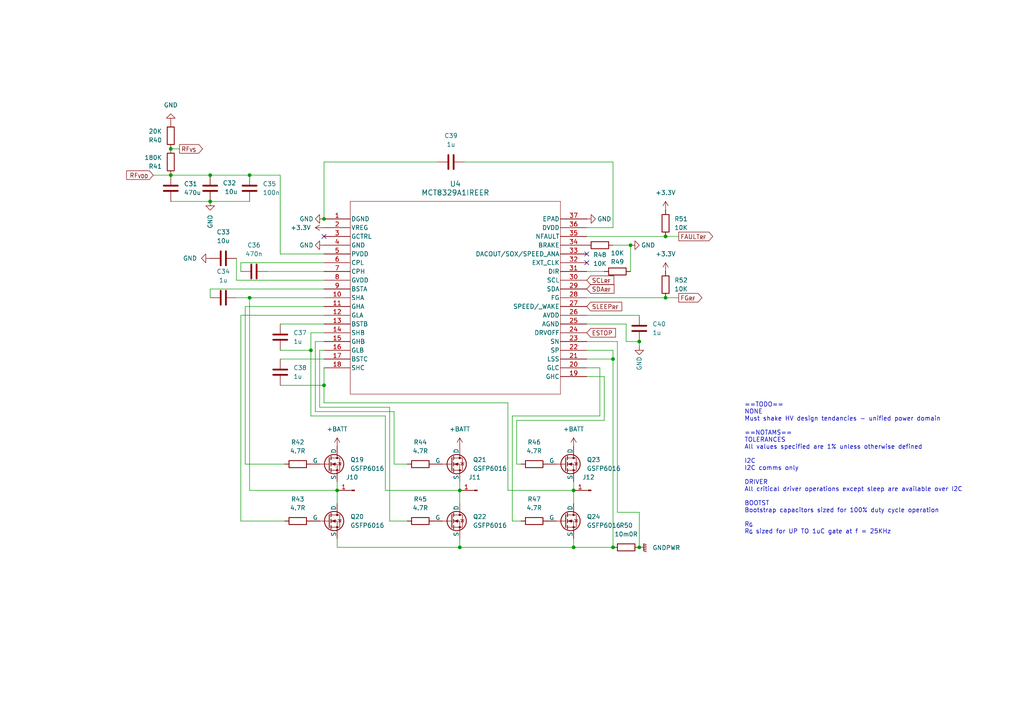
<source format=kicad_sch>
(kicad_sch
	(version 20231120)
	(generator "eeschema")
	(generator_version "8.0")
	(uuid "af9856b6-0ada-44fb-82da-c09a262d8c62")
	(paper "A4")
	(title_block
		(title "MQ Rover Controller")
		(date "2024-12-23")
		(rev "A")
		(company "Sierra Engineering Design")
		(comment 1 "Rev. A Initial release")
	)
	(lib_symbols
		(symbol "Connector:Conn_01x01_Pin"
			(pin_names
				(offset 1.016) hide)
			(exclude_from_sim no)
			(in_bom yes)
			(on_board yes)
			(property "Reference" "J"
				(at 0 2.54 0)
				(effects
					(font
						(size 1.27 1.27)
					)
				)
			)
			(property "Value" "Conn_01x01_Pin"
				(at 0 -2.54 0)
				(effects
					(font
						(size 1.27 1.27)
					)
				)
			)
			(property "Footprint" ""
				(at 0 0 0)
				(effects
					(font
						(size 1.27 1.27)
					)
					(hide yes)
				)
			)
			(property "Datasheet" "~"
				(at 0 0 0)
				(effects
					(font
						(size 1.27 1.27)
					)
					(hide yes)
				)
			)
			(property "Description" "Generic connector, single row, 01x01, script generated"
				(at 0 0 0)
				(effects
					(font
						(size 1.27 1.27)
					)
					(hide yes)
				)
			)
			(property "ki_locked" ""
				(at 0 0 0)
				(effects
					(font
						(size 1.27 1.27)
					)
				)
			)
			(property "ki_keywords" "connector"
				(at 0 0 0)
				(effects
					(font
						(size 1.27 1.27)
					)
					(hide yes)
				)
			)
			(property "ki_fp_filters" "Connector*:*_1x??_*"
				(at 0 0 0)
				(effects
					(font
						(size 1.27 1.27)
					)
					(hide yes)
				)
			)
			(symbol "Conn_01x01_Pin_1_1"
				(polyline
					(pts
						(xy 1.27 0) (xy 0.8636 0)
					)
					(stroke
						(width 0.1524)
						(type default)
					)
					(fill
						(type none)
					)
				)
				(rectangle
					(start 0.8636 0.127)
					(end 0 -0.127)
					(stroke
						(width 0.1524)
						(type default)
					)
					(fill
						(type outline)
					)
				)
				(pin passive line
					(at 5.08 0 180)
					(length 3.81)
					(name "Pin_1"
						(effects
							(font
								(size 1.27 1.27)
							)
						)
					)
					(number "1"
						(effects
							(font
								(size 1.27 1.27)
							)
						)
					)
				)
			)
		)
		(symbol "Device:C"
			(pin_numbers hide)
			(pin_names
				(offset 0.254)
			)
			(exclude_from_sim no)
			(in_bom yes)
			(on_board yes)
			(property "Reference" "C"
				(at 0.635 2.54 0)
				(effects
					(font
						(size 1.27 1.27)
					)
					(justify left)
				)
			)
			(property "Value" "C"
				(at 0.635 -2.54 0)
				(effects
					(font
						(size 1.27 1.27)
					)
					(justify left)
				)
			)
			(property "Footprint" ""
				(at 0.9652 -3.81 0)
				(effects
					(font
						(size 1.27 1.27)
					)
					(hide yes)
				)
			)
			(property "Datasheet" "~"
				(at 0 0 0)
				(effects
					(font
						(size 1.27 1.27)
					)
					(hide yes)
				)
			)
			(property "Description" "Unpolarized capacitor"
				(at 0 0 0)
				(effects
					(font
						(size 1.27 1.27)
					)
					(hide yes)
				)
			)
			(property "ki_keywords" "cap capacitor"
				(at 0 0 0)
				(effects
					(font
						(size 1.27 1.27)
					)
					(hide yes)
				)
			)
			(property "ki_fp_filters" "C_*"
				(at 0 0 0)
				(effects
					(font
						(size 1.27 1.27)
					)
					(hide yes)
				)
			)
			(symbol "C_0_1"
				(polyline
					(pts
						(xy -2.032 -0.762) (xy 2.032 -0.762)
					)
					(stroke
						(width 0.508)
						(type default)
					)
					(fill
						(type none)
					)
				)
				(polyline
					(pts
						(xy -2.032 0.762) (xy 2.032 0.762)
					)
					(stroke
						(width 0.508)
						(type default)
					)
					(fill
						(type none)
					)
				)
			)
			(symbol "C_1_1"
				(pin passive line
					(at 0 3.81 270)
					(length 2.794)
					(name "~"
						(effects
							(font
								(size 1.27 1.27)
							)
						)
					)
					(number "1"
						(effects
							(font
								(size 1.27 1.27)
							)
						)
					)
				)
				(pin passive line
					(at 0 -3.81 90)
					(length 2.794)
					(name "~"
						(effects
							(font
								(size 1.27 1.27)
							)
						)
					)
					(number "2"
						(effects
							(font
								(size 1.27 1.27)
							)
						)
					)
				)
			)
		)
		(symbol "Device:R"
			(pin_numbers hide)
			(pin_names
				(offset 0)
			)
			(exclude_from_sim no)
			(in_bom yes)
			(on_board yes)
			(property "Reference" "R"
				(at 2.032 0 90)
				(effects
					(font
						(size 1.27 1.27)
					)
				)
			)
			(property "Value" "R"
				(at 0 0 90)
				(effects
					(font
						(size 1.27 1.27)
					)
				)
			)
			(property "Footprint" ""
				(at -1.778 0 90)
				(effects
					(font
						(size 1.27 1.27)
					)
					(hide yes)
				)
			)
			(property "Datasheet" "~"
				(at 0 0 0)
				(effects
					(font
						(size 1.27 1.27)
					)
					(hide yes)
				)
			)
			(property "Description" "Resistor"
				(at 0 0 0)
				(effects
					(font
						(size 1.27 1.27)
					)
					(hide yes)
				)
			)
			(property "ki_keywords" "R res resistor"
				(at 0 0 0)
				(effects
					(font
						(size 1.27 1.27)
					)
					(hide yes)
				)
			)
			(property "ki_fp_filters" "R_*"
				(at 0 0 0)
				(effects
					(font
						(size 1.27 1.27)
					)
					(hide yes)
				)
			)
			(symbol "R_0_1"
				(rectangle
					(start -1.016 -2.54)
					(end 1.016 2.54)
					(stroke
						(width 0.254)
						(type default)
					)
					(fill
						(type none)
					)
				)
			)
			(symbol "R_1_1"
				(pin passive line
					(at 0 3.81 270)
					(length 1.27)
					(name "~"
						(effects
							(font
								(size 1.27 1.27)
							)
						)
					)
					(number "1"
						(effects
							(font
								(size 1.27 1.27)
							)
						)
					)
				)
				(pin passive line
					(at 0 -3.81 90)
					(length 1.27)
					(name "~"
						(effects
							(font
								(size 1.27 1.27)
							)
						)
					)
					(number "2"
						(effects
							(font
								(size 1.27 1.27)
							)
						)
					)
				)
			)
		)
		(symbol "MCT8329:MCT8329A1IREER"
			(pin_names
				(offset 0.254)
			)
			(exclude_from_sim no)
			(in_bom yes)
			(on_board yes)
			(property "Reference" "U"
				(at 38.1 10.16 0)
				(effects
					(font
						(size 1.524 1.524)
					)
				)
			)
			(property "Value" "MCT8329A1IREER"
				(at 38.1 7.62 0)
				(effects
					(font
						(size 1.524 1.524)
					)
				)
			)
			(property "Footprint" "WQFN36_REE_TEX"
				(at 0 0 0)
				(effects
					(font
						(size 1.27 1.27)
						(italic yes)
					)
					(hide yes)
				)
			)
			(property "Datasheet" "MCT8329A1IREER"
				(at 0 0 0)
				(effects
					(font
						(size 1.27 1.27)
						(italic yes)
					)
					(hide yes)
				)
			)
			(property "Description" ""
				(at 0 0 0)
				(effects
					(font
						(size 1.27 1.27)
					)
					(hide yes)
				)
			)
			(property "ki_locked" ""
				(at 0 0 0)
				(effects
					(font
						(size 1.27 1.27)
					)
				)
			)
			(property "ki_keywords" "MCT8329A1IREER"
				(at 0 0 0)
				(effects
					(font
						(size 1.27 1.27)
					)
					(hide yes)
				)
			)
			(property "ki_fp_filters" "WQFN36_REE_TEX WQFN36_REE_TEX-M WQFN36_REE_TEX-L"
				(at 0 0 0)
				(effects
					(font
						(size 1.27 1.27)
					)
					(hide yes)
				)
			)
			(symbol "MCT8329A1IREER_0_1"
				(polyline
					(pts
						(xy 7.62 -50.8) (xy 68.58 -50.8)
					)
					(stroke
						(width 0.127)
						(type default)
					)
					(fill
						(type none)
					)
				)
				(polyline
					(pts
						(xy 7.62 5.08) (xy 7.62 -50.8)
					)
					(stroke
						(width 0.127)
						(type default)
					)
					(fill
						(type none)
					)
				)
				(polyline
					(pts
						(xy 68.58 -50.8) (xy 68.58 5.08)
					)
					(stroke
						(width 0.127)
						(type default)
					)
					(fill
						(type none)
					)
				)
				(polyline
					(pts
						(xy 68.58 5.08) (xy 7.62 5.08)
					)
					(stroke
						(width 0.127)
						(type default)
					)
					(fill
						(type none)
					)
				)
				(pin power_out line
					(at 0 0 0)
					(length 7.62)
					(name "DGND"
						(effects
							(font
								(size 1.27 1.27)
							)
						)
					)
					(number "1"
						(effects
							(font
								(size 1.27 1.27)
							)
						)
					)
				)
				(pin bidirectional line
					(at 0 -22.86 0)
					(length 7.62)
					(name "SHA"
						(effects
							(font
								(size 1.27 1.27)
							)
						)
					)
					(number "10"
						(effects
							(font
								(size 1.27 1.27)
							)
						)
					)
				)
				(pin output line
					(at 0 -25.4 0)
					(length 7.62)
					(name "GHA"
						(effects
							(font
								(size 1.27 1.27)
							)
						)
					)
					(number "11"
						(effects
							(font
								(size 1.27 1.27)
							)
						)
					)
				)
				(pin output line
					(at 0 -27.94 0)
					(length 7.62)
					(name "GLA"
						(effects
							(font
								(size 1.27 1.27)
							)
						)
					)
					(number "12"
						(effects
							(font
								(size 1.27 1.27)
							)
						)
					)
				)
				(pin output line
					(at 0 -30.48 0)
					(length 7.62)
					(name "BSTB"
						(effects
							(font
								(size 1.27 1.27)
							)
						)
					)
					(number "13"
						(effects
							(font
								(size 1.27 1.27)
							)
						)
					)
				)
				(pin bidirectional line
					(at 0 -33.02 0)
					(length 7.62)
					(name "SHB"
						(effects
							(font
								(size 1.27 1.27)
							)
						)
					)
					(number "14"
						(effects
							(font
								(size 1.27 1.27)
							)
						)
					)
				)
				(pin output line
					(at 0 -35.56 0)
					(length 7.62)
					(name "GHB"
						(effects
							(font
								(size 1.27 1.27)
							)
						)
					)
					(number "15"
						(effects
							(font
								(size 1.27 1.27)
							)
						)
					)
				)
				(pin output line
					(at 0 -38.1 0)
					(length 7.62)
					(name "GLB"
						(effects
							(font
								(size 1.27 1.27)
							)
						)
					)
					(number "16"
						(effects
							(font
								(size 1.27 1.27)
							)
						)
					)
				)
				(pin output line
					(at 0 -40.64 0)
					(length 7.62)
					(name "BSTC"
						(effects
							(font
								(size 1.27 1.27)
							)
						)
					)
					(number "17"
						(effects
							(font
								(size 1.27 1.27)
							)
						)
					)
				)
				(pin bidirectional line
					(at 0 -43.18 0)
					(length 7.62)
					(name "SHC"
						(effects
							(font
								(size 1.27 1.27)
							)
						)
					)
					(number "18"
						(effects
							(font
								(size 1.27 1.27)
							)
						)
					)
				)
				(pin output line
					(at 76.2 -45.72 180)
					(length 7.62)
					(name "GHC"
						(effects
							(font
								(size 1.27 1.27)
							)
						)
					)
					(number "19"
						(effects
							(font
								(size 1.27 1.27)
							)
						)
					)
				)
				(pin power_in line
					(at 0 -2.54 0)
					(length 7.62)
					(name "VREG"
						(effects
							(font
								(size 1.27 1.27)
							)
						)
					)
					(number "2"
						(effects
							(font
								(size 1.27 1.27)
							)
						)
					)
				)
				(pin output line
					(at 76.2 -43.18 180)
					(length 7.62)
					(name "GLC"
						(effects
							(font
								(size 1.27 1.27)
							)
						)
					)
					(number "20"
						(effects
							(font
								(size 1.27 1.27)
							)
						)
					)
				)
				(pin power_in line
					(at 76.2 -40.64 180)
					(length 7.62)
					(name "LSS"
						(effects
							(font
								(size 1.27 1.27)
							)
						)
					)
					(number "21"
						(effects
							(font
								(size 1.27 1.27)
							)
						)
					)
				)
				(pin input line
					(at 76.2 -38.1 180)
					(length 7.62)
					(name "SP"
						(effects
							(font
								(size 1.27 1.27)
							)
						)
					)
					(number "22"
						(effects
							(font
								(size 1.27 1.27)
							)
						)
					)
				)
				(pin input line
					(at 76.2 -35.56 180)
					(length 7.62)
					(name "SN"
						(effects
							(font
								(size 1.27 1.27)
							)
						)
					)
					(number "23"
						(effects
							(font
								(size 1.27 1.27)
							)
						)
					)
				)
				(pin input line
					(at 76.2 -33.02 180)
					(length 7.62)
					(name "DRVOFF"
						(effects
							(font
								(size 1.27 1.27)
							)
						)
					)
					(number "24"
						(effects
							(font
								(size 1.27 1.27)
							)
						)
					)
				)
				(pin power_out line
					(at 76.2 -30.48 180)
					(length 7.62)
					(name "AGND"
						(effects
							(font
								(size 1.27 1.27)
							)
						)
					)
					(number "25"
						(effects
							(font
								(size 1.27 1.27)
							)
						)
					)
				)
				(pin power_in line
					(at 76.2 -27.94 180)
					(length 7.62)
					(name "AVDD"
						(effects
							(font
								(size 1.27 1.27)
							)
						)
					)
					(number "26"
						(effects
							(font
								(size 1.27 1.27)
							)
						)
					)
				)
				(pin input line
					(at 76.2 -25.4 180)
					(length 7.62)
					(name "SPEED/_WAKE"
						(effects
							(font
								(size 1.27 1.27)
							)
						)
					)
					(number "27"
						(effects
							(font
								(size 1.27 1.27)
							)
						)
					)
				)
				(pin output line
					(at 76.2 -22.86 180)
					(length 7.62)
					(name "FG"
						(effects
							(font
								(size 1.27 1.27)
							)
						)
					)
					(number "28"
						(effects
							(font
								(size 1.27 1.27)
							)
						)
					)
				)
				(pin bidirectional line
					(at 76.2 -20.32 180)
					(length 7.62)
					(name "SDA"
						(effects
							(font
								(size 1.27 1.27)
							)
						)
					)
					(number "29"
						(effects
							(font
								(size 1.27 1.27)
							)
						)
					)
				)
				(pin output line
					(at 0 -5.08 0)
					(length 7.62)
					(name "GCTRL"
						(effects
							(font
								(size 1.27 1.27)
							)
						)
					)
					(number "3"
						(effects
							(font
								(size 1.27 1.27)
							)
						)
					)
				)
				(pin input line
					(at 76.2 -17.78 180)
					(length 7.62)
					(name "SCL"
						(effects
							(font
								(size 1.27 1.27)
							)
						)
					)
					(number "30"
						(effects
							(font
								(size 1.27 1.27)
							)
						)
					)
				)
				(pin input line
					(at 76.2 -15.24 180)
					(length 7.62)
					(name "DIR"
						(effects
							(font
								(size 1.27 1.27)
							)
						)
					)
					(number "31"
						(effects
							(font
								(size 1.27 1.27)
							)
						)
					)
				)
				(pin input line
					(at 76.2 -12.7 180)
					(length 7.62)
					(name "EXT_CLK"
						(effects
							(font
								(size 1.27 1.27)
							)
						)
					)
					(number "32"
						(effects
							(font
								(size 1.27 1.27)
							)
						)
					)
				)
				(pin bidirectional line
					(at 76.2 -10.16 180)
					(length 7.62)
					(name "DACOUT/SOX/SPEED_ANA"
						(effects
							(font
								(size 1.27 1.27)
							)
						)
					)
					(number "33"
						(effects
							(font
								(size 1.27 1.27)
							)
						)
					)
				)
				(pin input line
					(at 76.2 -7.62 180)
					(length 7.62)
					(name "BRAKE"
						(effects
							(font
								(size 1.27 1.27)
							)
						)
					)
					(number "34"
						(effects
							(font
								(size 1.27 1.27)
							)
						)
					)
				)
				(pin output line
					(at 76.2 -5.08 180)
					(length 7.62)
					(name "NFAULT"
						(effects
							(font
								(size 1.27 1.27)
							)
						)
					)
					(number "35"
						(effects
							(font
								(size 1.27 1.27)
							)
						)
					)
				)
				(pin power_in line
					(at 76.2 -2.54 180)
					(length 7.62)
					(name "DVDD"
						(effects
							(font
								(size 1.27 1.27)
							)
						)
					)
					(number "36"
						(effects
							(font
								(size 1.27 1.27)
							)
						)
					)
				)
				(pin power_out line
					(at 76.2 0 180)
					(length 7.62)
					(name "EPAD"
						(effects
							(font
								(size 1.27 1.27)
							)
						)
					)
					(number "37"
						(effects
							(font
								(size 1.27 1.27)
							)
						)
					)
				)
				(pin power_out line
					(at 0 -7.62 0)
					(length 7.62)
					(name "GND"
						(effects
							(font
								(size 1.27 1.27)
							)
						)
					)
					(number "4"
						(effects
							(font
								(size 1.27 1.27)
							)
						)
					)
				)
				(pin power_in line
					(at 0 -10.16 0)
					(length 7.62)
					(name "PVDD"
						(effects
							(font
								(size 1.27 1.27)
							)
						)
					)
					(number "5"
						(effects
							(font
								(size 1.27 1.27)
							)
						)
					)
				)
				(pin power_in line
					(at 0 -12.7 0)
					(length 7.62)
					(name "CPL"
						(effects
							(font
								(size 1.27 1.27)
							)
						)
					)
					(number "6"
						(effects
							(font
								(size 1.27 1.27)
							)
						)
					)
				)
				(pin power_in line
					(at 0 -15.24 0)
					(length 7.62)
					(name "CPH"
						(effects
							(font
								(size 1.27 1.27)
							)
						)
					)
					(number "7"
						(effects
							(font
								(size 1.27 1.27)
							)
						)
					)
				)
				(pin power_in line
					(at 0 -17.78 0)
					(length 7.62)
					(name "GVDD"
						(effects
							(font
								(size 1.27 1.27)
							)
						)
					)
					(number "8"
						(effects
							(font
								(size 1.27 1.27)
							)
						)
					)
				)
				(pin output line
					(at 0 -20.32 0)
					(length 7.62)
					(name "BSTA"
						(effects
							(font
								(size 1.27 1.27)
							)
						)
					)
					(number "9"
						(effects
							(font
								(size 1.27 1.27)
							)
						)
					)
				)
			)
		)
		(symbol "Simulation_SPICE:NMOS"
			(pin_numbers hide)
			(pin_names
				(offset 0)
			)
			(exclude_from_sim no)
			(in_bom yes)
			(on_board yes)
			(property "Reference" "Q"
				(at 5.08 1.27 0)
				(effects
					(font
						(size 1.27 1.27)
					)
					(justify left)
				)
			)
			(property "Value" "NMOS"
				(at 5.08 -1.27 0)
				(effects
					(font
						(size 1.27 1.27)
					)
					(justify left)
				)
			)
			(property "Footprint" ""
				(at 5.08 2.54 0)
				(effects
					(font
						(size 1.27 1.27)
					)
					(hide yes)
				)
			)
			(property "Datasheet" "https://ngspice.sourceforge.io/docs/ngspice-html-manual/manual.xhtml#cha_MOSFETs"
				(at 0 -12.7 0)
				(effects
					(font
						(size 1.27 1.27)
					)
					(hide yes)
				)
			)
			(property "Description" "N-MOSFET transistor, drain/source/gate"
				(at 0 0 0)
				(effects
					(font
						(size 1.27 1.27)
					)
					(hide yes)
				)
			)
			(property "Sim.Device" "NMOS"
				(at 0 -17.145 0)
				(effects
					(font
						(size 1.27 1.27)
					)
					(hide yes)
				)
			)
			(property "Sim.Type" "VDMOS"
				(at 0 -19.05 0)
				(effects
					(font
						(size 1.27 1.27)
					)
					(hide yes)
				)
			)
			(property "Sim.Pins" "1=D 2=G 3=S"
				(at 0 -15.24 0)
				(effects
					(font
						(size 1.27 1.27)
					)
					(hide yes)
				)
			)
			(property "ki_keywords" "transistor NMOS N-MOS N-MOSFET simulation"
				(at 0 0 0)
				(effects
					(font
						(size 1.27 1.27)
					)
					(hide yes)
				)
			)
			(symbol "NMOS_0_1"
				(polyline
					(pts
						(xy 0.254 0) (xy -2.54 0)
					)
					(stroke
						(width 0)
						(type default)
					)
					(fill
						(type none)
					)
				)
				(polyline
					(pts
						(xy 0.254 1.905) (xy 0.254 -1.905)
					)
					(stroke
						(width 0.254)
						(type default)
					)
					(fill
						(type none)
					)
				)
				(polyline
					(pts
						(xy 0.762 -1.27) (xy 0.762 -2.286)
					)
					(stroke
						(width 0.254)
						(type default)
					)
					(fill
						(type none)
					)
				)
				(polyline
					(pts
						(xy 0.762 0.508) (xy 0.762 -0.508)
					)
					(stroke
						(width 0.254)
						(type default)
					)
					(fill
						(type none)
					)
				)
				(polyline
					(pts
						(xy 0.762 2.286) (xy 0.762 1.27)
					)
					(stroke
						(width 0.254)
						(type default)
					)
					(fill
						(type none)
					)
				)
				(polyline
					(pts
						(xy 2.54 2.54) (xy 2.54 1.778)
					)
					(stroke
						(width 0)
						(type default)
					)
					(fill
						(type none)
					)
				)
				(polyline
					(pts
						(xy 2.54 -2.54) (xy 2.54 0) (xy 0.762 0)
					)
					(stroke
						(width 0)
						(type default)
					)
					(fill
						(type none)
					)
				)
				(polyline
					(pts
						(xy 0.762 -1.778) (xy 3.302 -1.778) (xy 3.302 1.778) (xy 0.762 1.778)
					)
					(stroke
						(width 0)
						(type default)
					)
					(fill
						(type none)
					)
				)
				(polyline
					(pts
						(xy 1.016 0) (xy 2.032 0.381) (xy 2.032 -0.381) (xy 1.016 0)
					)
					(stroke
						(width 0)
						(type default)
					)
					(fill
						(type outline)
					)
				)
				(polyline
					(pts
						(xy 2.794 0.508) (xy 2.921 0.381) (xy 3.683 0.381) (xy 3.81 0.254)
					)
					(stroke
						(width 0)
						(type default)
					)
					(fill
						(type none)
					)
				)
				(polyline
					(pts
						(xy 3.302 0.381) (xy 2.921 -0.254) (xy 3.683 -0.254) (xy 3.302 0.381)
					)
					(stroke
						(width 0)
						(type default)
					)
					(fill
						(type none)
					)
				)
				(circle
					(center 1.651 0)
					(radius 2.794)
					(stroke
						(width 0.254)
						(type default)
					)
					(fill
						(type none)
					)
				)
				(circle
					(center 2.54 -1.778)
					(radius 0.254)
					(stroke
						(width 0)
						(type default)
					)
					(fill
						(type outline)
					)
				)
				(circle
					(center 2.54 1.778)
					(radius 0.254)
					(stroke
						(width 0)
						(type default)
					)
					(fill
						(type outline)
					)
				)
			)
			(symbol "NMOS_1_1"
				(pin passive line
					(at 2.54 5.08 270)
					(length 2.54)
					(name "D"
						(effects
							(font
								(size 1.27 1.27)
							)
						)
					)
					(number "1"
						(effects
							(font
								(size 1.27 1.27)
							)
						)
					)
				)
				(pin input line
					(at -5.08 0 0)
					(length 2.54)
					(name "G"
						(effects
							(font
								(size 1.27 1.27)
							)
						)
					)
					(number "2"
						(effects
							(font
								(size 1.27 1.27)
							)
						)
					)
				)
				(pin passive line
					(at 2.54 -5.08 90)
					(length 2.54)
					(name "S"
						(effects
							(font
								(size 1.27 1.27)
							)
						)
					)
					(number "3"
						(effects
							(font
								(size 1.27 1.27)
							)
						)
					)
				)
			)
		)
		(symbol "power:+3.3V"
			(power)
			(pin_numbers hide)
			(pin_names
				(offset 0) hide)
			(exclude_from_sim no)
			(in_bom yes)
			(on_board yes)
			(property "Reference" "#PWR"
				(at 0 -3.81 0)
				(effects
					(font
						(size 1.27 1.27)
					)
					(hide yes)
				)
			)
			(property "Value" "+3.3V"
				(at 0 3.556 0)
				(effects
					(font
						(size 1.27 1.27)
					)
				)
			)
			(property "Footprint" ""
				(at 0 0 0)
				(effects
					(font
						(size 1.27 1.27)
					)
					(hide yes)
				)
			)
			(property "Datasheet" ""
				(at 0 0 0)
				(effects
					(font
						(size 1.27 1.27)
					)
					(hide yes)
				)
			)
			(property "Description" "Power symbol creates a global label with name \"+3.3V\""
				(at 0 0 0)
				(effects
					(font
						(size 1.27 1.27)
					)
					(hide yes)
				)
			)
			(property "ki_keywords" "global power"
				(at 0 0 0)
				(effects
					(font
						(size 1.27 1.27)
					)
					(hide yes)
				)
			)
			(symbol "+3.3V_0_1"
				(polyline
					(pts
						(xy -0.762 1.27) (xy 0 2.54)
					)
					(stroke
						(width 0)
						(type default)
					)
					(fill
						(type none)
					)
				)
				(polyline
					(pts
						(xy 0 0) (xy 0 2.54)
					)
					(stroke
						(width 0)
						(type default)
					)
					(fill
						(type none)
					)
				)
				(polyline
					(pts
						(xy 0 2.54) (xy 0.762 1.27)
					)
					(stroke
						(width 0)
						(type default)
					)
					(fill
						(type none)
					)
				)
			)
			(symbol "+3.3V_1_1"
				(pin power_in line
					(at 0 0 90)
					(length 0)
					(name "~"
						(effects
							(font
								(size 1.27 1.27)
							)
						)
					)
					(number "1"
						(effects
							(font
								(size 1.27 1.27)
							)
						)
					)
				)
			)
		)
		(symbol "power:+BATT"
			(power)
			(pin_numbers hide)
			(pin_names
				(offset 0) hide)
			(exclude_from_sim no)
			(in_bom yes)
			(on_board yes)
			(property "Reference" "#PWR"
				(at 0 -3.81 0)
				(effects
					(font
						(size 1.27 1.27)
					)
					(hide yes)
				)
			)
			(property "Value" "+BATT"
				(at 0 3.556 0)
				(effects
					(font
						(size 1.27 1.27)
					)
				)
			)
			(property "Footprint" ""
				(at 0 0 0)
				(effects
					(font
						(size 1.27 1.27)
					)
					(hide yes)
				)
			)
			(property "Datasheet" ""
				(at 0 0 0)
				(effects
					(font
						(size 1.27 1.27)
					)
					(hide yes)
				)
			)
			(property "Description" "Power symbol creates a global label with name \"+BATT\""
				(at 0 0 0)
				(effects
					(font
						(size 1.27 1.27)
					)
					(hide yes)
				)
			)
			(property "ki_keywords" "global power battery"
				(at 0 0 0)
				(effects
					(font
						(size 1.27 1.27)
					)
					(hide yes)
				)
			)
			(symbol "+BATT_0_1"
				(polyline
					(pts
						(xy -0.762 1.27) (xy 0 2.54)
					)
					(stroke
						(width 0)
						(type default)
					)
					(fill
						(type none)
					)
				)
				(polyline
					(pts
						(xy 0 0) (xy 0 2.54)
					)
					(stroke
						(width 0)
						(type default)
					)
					(fill
						(type none)
					)
				)
				(polyline
					(pts
						(xy 0 2.54) (xy 0.762 1.27)
					)
					(stroke
						(width 0)
						(type default)
					)
					(fill
						(type none)
					)
				)
			)
			(symbol "+BATT_1_1"
				(pin power_in line
					(at 0 0 90)
					(length 0)
					(name "~"
						(effects
							(font
								(size 1.27 1.27)
							)
						)
					)
					(number "1"
						(effects
							(font
								(size 1.27 1.27)
							)
						)
					)
				)
			)
		)
		(symbol "power:GND"
			(power)
			(pin_numbers hide)
			(pin_names
				(offset 0) hide)
			(exclude_from_sim no)
			(in_bom yes)
			(on_board yes)
			(property "Reference" "#PWR"
				(at 0 -6.35 0)
				(effects
					(font
						(size 1.27 1.27)
					)
					(hide yes)
				)
			)
			(property "Value" "GND"
				(at 0 -3.81 0)
				(effects
					(font
						(size 1.27 1.27)
					)
				)
			)
			(property "Footprint" ""
				(at 0 0 0)
				(effects
					(font
						(size 1.27 1.27)
					)
					(hide yes)
				)
			)
			(property "Datasheet" ""
				(at 0 0 0)
				(effects
					(font
						(size 1.27 1.27)
					)
					(hide yes)
				)
			)
			(property "Description" "Power symbol creates a global label with name \"GND\" , ground"
				(at 0 0 0)
				(effects
					(font
						(size 1.27 1.27)
					)
					(hide yes)
				)
			)
			(property "ki_keywords" "global power"
				(at 0 0 0)
				(effects
					(font
						(size 1.27 1.27)
					)
					(hide yes)
				)
			)
			(symbol "GND_0_1"
				(polyline
					(pts
						(xy 0 0) (xy 0 -1.27) (xy 1.27 -1.27) (xy 0 -2.54) (xy -1.27 -1.27) (xy 0 -1.27)
					)
					(stroke
						(width 0)
						(type default)
					)
					(fill
						(type none)
					)
				)
			)
			(symbol "GND_1_1"
				(pin power_in line
					(at 0 0 270)
					(length 0)
					(name "~"
						(effects
							(font
								(size 1.27 1.27)
							)
						)
					)
					(number "1"
						(effects
							(font
								(size 1.27 1.27)
							)
						)
					)
				)
			)
		)
		(symbol "power:GNDPWR"
			(power)
			(pin_numbers hide)
			(pin_names
				(offset 0) hide)
			(exclude_from_sim no)
			(in_bom yes)
			(on_board yes)
			(property "Reference" "#PWR"
				(at 0 -5.08 0)
				(effects
					(font
						(size 1.27 1.27)
					)
					(hide yes)
				)
			)
			(property "Value" "GNDPWR"
				(at 0 -3.302 0)
				(effects
					(font
						(size 1.27 1.27)
					)
				)
			)
			(property "Footprint" ""
				(at 0 -1.27 0)
				(effects
					(font
						(size 1.27 1.27)
					)
					(hide yes)
				)
			)
			(property "Datasheet" ""
				(at 0 -1.27 0)
				(effects
					(font
						(size 1.27 1.27)
					)
					(hide yes)
				)
			)
			(property "Description" "Power symbol creates a global label with name \"GNDPWR\" , global ground"
				(at 0 0 0)
				(effects
					(font
						(size 1.27 1.27)
					)
					(hide yes)
				)
			)
			(property "ki_keywords" "global ground"
				(at 0 0 0)
				(effects
					(font
						(size 1.27 1.27)
					)
					(hide yes)
				)
			)
			(symbol "GNDPWR_0_1"
				(polyline
					(pts
						(xy 0 -1.27) (xy 0 0)
					)
					(stroke
						(width 0)
						(type default)
					)
					(fill
						(type none)
					)
				)
				(polyline
					(pts
						(xy -1.016 -1.27) (xy -1.27 -2.032) (xy -1.27 -2.032)
					)
					(stroke
						(width 0.2032)
						(type default)
					)
					(fill
						(type none)
					)
				)
				(polyline
					(pts
						(xy -0.508 -1.27) (xy -0.762 -2.032) (xy -0.762 -2.032)
					)
					(stroke
						(width 0.2032)
						(type default)
					)
					(fill
						(type none)
					)
				)
				(polyline
					(pts
						(xy 0 -1.27) (xy -0.254 -2.032) (xy -0.254 -2.032)
					)
					(stroke
						(width 0.2032)
						(type default)
					)
					(fill
						(type none)
					)
				)
				(polyline
					(pts
						(xy 0.508 -1.27) (xy 0.254 -2.032) (xy 0.254 -2.032)
					)
					(stroke
						(width 0.2032)
						(type default)
					)
					(fill
						(type none)
					)
				)
				(polyline
					(pts
						(xy 1.016 -1.27) (xy -1.016 -1.27) (xy -1.016 -1.27)
					)
					(stroke
						(width 0.2032)
						(type default)
					)
					(fill
						(type none)
					)
				)
				(polyline
					(pts
						(xy 1.016 -1.27) (xy 0.762 -2.032) (xy 0.762 -2.032) (xy 0.762 -2.032)
					)
					(stroke
						(width 0.2032)
						(type default)
					)
					(fill
						(type none)
					)
				)
			)
			(symbol "GNDPWR_1_1"
				(pin power_in line
					(at 0 0 270)
					(length 0)
					(name "~"
						(effects
							(font
								(size 1.27 1.27)
							)
						)
					)
					(number "1"
						(effects
							(font
								(size 1.27 1.27)
							)
						)
					)
				)
			)
		)
	)
	(junction
		(at 72.39 86.36)
		(diameter 0)
		(color 0 0 0 0)
		(uuid "07c3f790-e071-4098-91bb-00ce1392a26a")
	)
	(junction
		(at 60.96 58.42)
		(diameter 0)
		(color 0 0 0 0)
		(uuid "175b7bff-3d88-4847-a304-a8a20965c3fd")
	)
	(junction
		(at 49.53 50.8)
		(diameter 0)
		(color 0 0 0 0)
		(uuid "1e96d5b5-8738-44eb-bb97-83e942aa95ad")
	)
	(junction
		(at 90.17 101.6)
		(diameter 0)
		(color 0 0 0 0)
		(uuid "28b7e51a-4707-496e-ad22-74d1918361b7")
	)
	(junction
		(at 133.35 142.24)
		(diameter 0)
		(color 0 0 0 0)
		(uuid "31212135-971d-43c5-9f56-b07268e99dba")
	)
	(junction
		(at 193.04 68.58)
		(diameter 0)
		(color 0 0 0 0)
		(uuid "48ff7fdf-2024-4733-a4b9-a057dcba1c00")
	)
	(junction
		(at 177.8 104.14)
		(diameter 0)
		(color 0 0 0 0)
		(uuid "4fb189cf-8557-46b9-a8dc-8f2810345db8")
	)
	(junction
		(at 185.42 158.75)
		(diameter 0)
		(color 0 0 0 0)
		(uuid "67477064-1de6-4037-862d-33c83b8f24cd")
	)
	(junction
		(at 72.39 50.8)
		(diameter 0)
		(color 0 0 0 0)
		(uuid "87ecaf1d-cb49-4771-89d7-85b6ac2536c7")
	)
	(junction
		(at 166.37 158.75)
		(diameter 0)
		(color 0 0 0 0)
		(uuid "89108524-cc95-4e56-a56d-0282dcad8aca")
	)
	(junction
		(at 133.35 158.75)
		(diameter 0)
		(color 0 0 0 0)
		(uuid "8bc93c85-f2f8-47a3-9a25-364b8ec36c60")
	)
	(junction
		(at 185.42 99.06)
		(diameter 0)
		(color 0 0 0 0)
		(uuid "9b28aa09-9cb8-44b2-b8a8-5a940f6bd937")
	)
	(junction
		(at 60.96 50.8)
		(diameter 0)
		(color 0 0 0 0)
		(uuid "a2f6ece5-d70a-44d8-8eb0-92f66508bcf9")
	)
	(junction
		(at 177.8 158.75)
		(diameter 0)
		(color 0 0 0 0)
		(uuid "b464f900-bf82-4dd5-98cd-b3767ca0c1a6")
	)
	(junction
		(at 49.53 43.18)
		(diameter 0)
		(color 0 0 0 0)
		(uuid "b9b4dd97-64e9-48ff-b4dd-e41ef143a4af")
	)
	(junction
		(at 193.04 86.36)
		(diameter 0)
		(color 0 0 0 0)
		(uuid "ba8b6884-1047-445f-aac2-188e5d899047")
	)
	(junction
		(at 93.98 111.76)
		(diameter 0)
		(color 0 0 0 0)
		(uuid "bb8eda82-82e3-47e0-9b2d-143c51e1ef3a")
	)
	(junction
		(at 97.79 142.24)
		(diameter 0)
		(color 0 0 0 0)
		(uuid "be56a088-5aba-4f09-ace9-f0a522af820e")
	)
	(junction
		(at 166.37 142.24)
		(diameter 0)
		(color 0 0 0 0)
		(uuid "c13766a9-3660-4bf0-85fb-a36914aaab06")
	)
	(junction
		(at 182.88 71.12)
		(diameter 0)
		(color 0 0 0 0)
		(uuid "d572d562-a7ba-4979-8afe-cfdb84885cd1")
	)
	(junction
		(at 93.98 63.5)
		(diameter 0)
		(color 0 0 0 0)
		(uuid "edc3258a-3ae6-47c7-8a95-c1c0a11c93d8")
	)
	(no_connect
		(at 93.98 68.58)
		(uuid "363bbf27-6853-41ef-81c2-5f2c01fdaebb")
	)
	(no_connect
		(at 170.18 73.66)
		(uuid "7922ac3a-feac-41d4-a245-b9f2b49d26ff")
	)
	(no_connect
		(at 170.18 76.2)
		(uuid "deb46afe-3da3-4785-8ca2-f5aa271ba0ad")
	)
	(wire
		(pts
			(xy 92.71 118.11) (xy 113.03 118.11)
		)
		(stroke
			(width 0)
			(type default)
		)
		(uuid "0aacbf90-e97d-4d41-ab79-445388f38645")
	)
	(wire
		(pts
			(xy 173.99 106.68) (xy 173.99 120.65)
		)
		(stroke
			(width 0)
			(type default)
		)
		(uuid "0b514f06-f547-4265-a07b-ba8348e79cd2")
	)
	(wire
		(pts
			(xy 93.98 101.6) (xy 92.71 101.6)
		)
		(stroke
			(width 0)
			(type default)
		)
		(uuid "0e93a636-55a3-43d3-81f9-bfd520e2571c")
	)
	(wire
		(pts
			(xy 166.37 156.21) (xy 166.37 158.75)
		)
		(stroke
			(width 0)
			(type default)
		)
		(uuid "0ef9707c-b482-4bc3-9f79-f05fb55b8f5a")
	)
	(wire
		(pts
			(xy 179.07 148.59) (xy 179.07 99.06)
		)
		(stroke
			(width 0)
			(type default)
		)
		(uuid "0ff641bb-bac3-4184-8926-bd2547186554")
	)
	(wire
		(pts
			(xy 181.61 99.06) (xy 181.61 93.98)
		)
		(stroke
			(width 0)
			(type default)
		)
		(uuid "141e8238-c3d2-41be-81c5-b542b7c5b65f")
	)
	(wire
		(pts
			(xy 133.35 142.24) (xy 133.35 139.7)
		)
		(stroke
			(width 0)
			(type default)
		)
		(uuid "14a42b10-2c37-4ec6-b609-a8bfc9bfa243")
	)
	(wire
		(pts
			(xy 175.26 121.92) (xy 175.26 109.22)
		)
		(stroke
			(width 0)
			(type default)
		)
		(uuid "15b7ae8f-ea18-4e13-b930-cea6d8b33251")
	)
	(wire
		(pts
			(xy 177.8 71.12) (xy 182.88 71.12)
		)
		(stroke
			(width 0)
			(type default)
		)
		(uuid "16acf4a7-2948-4211-94cc-48c8ab4fdd62")
	)
	(wire
		(pts
			(xy 196.85 68.58) (xy 193.04 68.58)
		)
		(stroke
			(width 0)
			(type default)
		)
		(uuid "176f6109-fc88-4df3-812a-feef54494157")
	)
	(wire
		(pts
			(xy 97.79 158.75) (xy 133.35 158.75)
		)
		(stroke
			(width 0)
			(type default)
		)
		(uuid "181e8873-ca06-4672-a134-b0a97d4e299e")
	)
	(wire
		(pts
			(xy 151.13 134.62) (xy 149.86 134.62)
		)
		(stroke
			(width 0)
			(type default)
		)
		(uuid "197310a7-b625-4375-8896-f904acd0d9aa")
	)
	(wire
		(pts
			(xy 177.8 46.99) (xy 134.62 46.99)
		)
		(stroke
			(width 0)
			(type default)
		)
		(uuid "1ea9bff7-dfac-44db-b5b1-e2c2a08ab5a5")
	)
	(wire
		(pts
			(xy 185.42 100.33) (xy 185.42 99.06)
		)
		(stroke
			(width 0)
			(type default)
		)
		(uuid "1f09a50b-a75c-4e9d-b490-1d249c866a76")
	)
	(wire
		(pts
			(xy 166.37 158.75) (xy 133.35 158.75)
		)
		(stroke
			(width 0)
			(type default)
		)
		(uuid "2441a827-25a1-406d-a1c1-4f8d9d212db0")
	)
	(wire
		(pts
			(xy 92.71 101.6) (xy 92.71 118.11)
		)
		(stroke
			(width 0)
			(type default)
		)
		(uuid "248294d2-63c2-4ebd-b7d7-96af7fa372ea")
	)
	(wire
		(pts
			(xy 71.12 88.9) (xy 93.98 88.9)
		)
		(stroke
			(width 0)
			(type default)
		)
		(uuid "27ea704f-f41c-4aaa-a4d5-64c5205e99c0")
	)
	(wire
		(pts
			(xy 149.86 121.92) (xy 175.26 121.92)
		)
		(stroke
			(width 0)
			(type default)
		)
		(uuid "28bbd604-1b95-4cbe-92b8-0a26664b011f")
	)
	(wire
		(pts
			(xy 185.42 148.59) (xy 179.07 148.59)
		)
		(stroke
			(width 0)
			(type default)
		)
		(uuid "2c81c652-1ded-4fce-8200-1ea49bfe9906")
	)
	(wire
		(pts
			(xy 93.98 46.99) (xy 93.98 63.5)
		)
		(stroke
			(width 0)
			(type default)
		)
		(uuid "2dd6a838-1414-4432-b2d5-76f4e7f8a228")
	)
	(wire
		(pts
			(xy 166.37 142.24) (xy 166.37 146.05)
		)
		(stroke
			(width 0)
			(type default)
		)
		(uuid "2eb0804e-6d3e-48f5-a74c-6c4d0f4fccbc")
	)
	(wire
		(pts
			(xy 93.98 96.52) (xy 90.17 96.52)
		)
		(stroke
			(width 0)
			(type default)
		)
		(uuid "2fc73e42-feca-487c-a162-9ab319b4e598")
	)
	(wire
		(pts
			(xy 97.79 142.24) (xy 97.79 139.7)
		)
		(stroke
			(width 0)
			(type default)
		)
		(uuid "305976b6-1a7e-469e-9852-553ff7fce2eb")
	)
	(wire
		(pts
			(xy 170.18 91.44) (xy 185.42 91.44)
		)
		(stroke
			(width 0)
			(type default)
		)
		(uuid "306d8687-47ad-4217-991b-67d50a6ec638")
	)
	(wire
		(pts
			(xy 177.8 66.04) (xy 177.8 46.99)
		)
		(stroke
			(width 0)
			(type default)
		)
		(uuid "30d3d972-fb80-452f-aa6b-c432ca86140d")
	)
	(wire
		(pts
			(xy 69.85 76.2) (xy 93.98 76.2)
		)
		(stroke
			(width 0)
			(type default)
		)
		(uuid "31417e39-8f7f-4400-945c-184026f82a2b")
	)
	(wire
		(pts
			(xy 90.17 120.65) (xy 111.76 120.65)
		)
		(stroke
			(width 0)
			(type default)
		)
		(uuid "32b2009e-50bf-4dbd-bcaf-85feb50a81a0")
	)
	(wire
		(pts
			(xy 69.85 151.13) (xy 82.55 151.13)
		)
		(stroke
			(width 0)
			(type default)
		)
		(uuid "3cee2d49-df8c-43f1-867f-1bf6c983e9a2")
	)
	(wire
		(pts
			(xy 175.26 109.22) (xy 170.18 109.22)
		)
		(stroke
			(width 0)
			(type default)
		)
		(uuid "3d5ca2d0-a185-4422-9de2-67d2c04ccfce")
	)
	(wire
		(pts
			(xy 71.12 134.62) (xy 71.12 88.9)
		)
		(stroke
			(width 0)
			(type default)
		)
		(uuid "3efccff4-bf5f-40d9-ac9c-fdfc36a9addc")
	)
	(wire
		(pts
			(xy 97.79 156.21) (xy 97.79 158.75)
		)
		(stroke
			(width 0)
			(type default)
		)
		(uuid "412d7bf2-f245-4814-8b54-04f50df7d361")
	)
	(wire
		(pts
			(xy 81.28 111.76) (xy 93.98 111.76)
		)
		(stroke
			(width 0)
			(type default)
		)
		(uuid "41f267f6-a0ce-414b-aca5-3f42925ade56")
	)
	(wire
		(pts
			(xy 60.96 83.82) (xy 93.98 83.82)
		)
		(stroke
			(width 0)
			(type default)
		)
		(uuid "41f4c88c-fc49-400b-b126-a00ce1e91b5e")
	)
	(wire
		(pts
			(xy 182.88 71.12) (xy 182.88 78.74)
		)
		(stroke
			(width 0)
			(type default)
		)
		(uuid "42069ce8-7e68-4834-934a-1e7a430a7547")
	)
	(wire
		(pts
			(xy 185.42 158.75) (xy 185.42 148.59)
		)
		(stroke
			(width 0)
			(type default)
		)
		(uuid "432c1c69-8200-44cd-9866-8c0b941085a6")
	)
	(wire
		(pts
			(xy 93.98 111.76) (xy 93.98 116.84)
		)
		(stroke
			(width 0)
			(type default)
		)
		(uuid "46471fc4-9ed9-4195-ab5a-1af021f3f0f3")
	)
	(wire
		(pts
			(xy 93.98 99.06) (xy 91.44 99.06)
		)
		(stroke
			(width 0)
			(type default)
		)
		(uuid "488f8e55-e693-4dd4-97ee-6c54dc6f7110")
	)
	(wire
		(pts
			(xy 68.58 81.28) (xy 68.58 74.93)
		)
		(stroke
			(width 0)
			(type default)
		)
		(uuid "4b706aec-e8b9-41b6-a5f6-7b3baea52e9d")
	)
	(wire
		(pts
			(xy 114.3 119.38) (xy 114.3 134.62)
		)
		(stroke
			(width 0)
			(type default)
		)
		(uuid "4c3faa18-4ca1-4be8-84c7-f87cbc1bc9a4")
	)
	(wire
		(pts
			(xy 81.28 50.8) (xy 72.39 50.8)
		)
		(stroke
			(width 0)
			(type default)
		)
		(uuid "4f97c777-f42d-4dde-b523-a9513e4220fa")
	)
	(wire
		(pts
			(xy 170.18 66.04) (xy 177.8 66.04)
		)
		(stroke
			(width 0)
			(type default)
		)
		(uuid "4fc5f692-bd6f-4677-a600-1e4e2fc52b21")
	)
	(wire
		(pts
			(xy 133.35 142.24) (xy 133.35 146.05)
		)
		(stroke
			(width 0)
			(type default)
		)
		(uuid "51dc3a27-4f93-4fc6-ad13-9857c2812fa5")
	)
	(wire
		(pts
			(xy 93.98 106.68) (xy 93.98 111.76)
		)
		(stroke
			(width 0)
			(type default)
		)
		(uuid "55d7bf23-59ec-4502-8dcf-5decb39d92f2")
	)
	(wire
		(pts
			(xy 90.17 96.52) (xy 90.17 101.6)
		)
		(stroke
			(width 0)
			(type default)
		)
		(uuid "57225108-297e-4016-a965-5b99ab45e414")
	)
	(wire
		(pts
			(xy 81.28 101.6) (xy 90.17 101.6)
		)
		(stroke
			(width 0)
			(type default)
		)
		(uuid "5901c631-1d98-4194-945b-5c7592451d44")
	)
	(wire
		(pts
			(xy 111.76 142.24) (xy 133.35 142.24)
		)
		(stroke
			(width 0)
			(type default)
		)
		(uuid "5e581991-1627-4491-a6c7-76571f114d9f")
	)
	(wire
		(pts
			(xy 177.8 158.75) (xy 166.37 158.75)
		)
		(stroke
			(width 0)
			(type default)
		)
		(uuid "62f9f022-4be9-4fb9-902c-04444952e50c")
	)
	(wire
		(pts
			(xy 177.8 104.14) (xy 177.8 158.75)
		)
		(stroke
			(width 0)
			(type default)
		)
		(uuid "68cede4f-a825-4993-9b97-39f05caf9091")
	)
	(wire
		(pts
			(xy 49.53 58.42) (xy 60.96 58.42)
		)
		(stroke
			(width 0)
			(type default)
		)
		(uuid "6c7c77aa-258d-48a5-b0d9-74b11561bb27")
	)
	(wire
		(pts
			(xy 166.37 142.24) (xy 166.37 139.7)
		)
		(stroke
			(width 0)
			(type default)
		)
		(uuid "70008f52-c29a-4d97-8f15-7a0fd805a01b")
	)
	(wire
		(pts
			(xy 93.98 86.36) (xy 72.39 86.36)
		)
		(stroke
			(width 0)
			(type default)
		)
		(uuid "72306d65-45e5-436b-b739-6372986c8301")
	)
	(wire
		(pts
			(xy 60.96 50.8) (xy 72.39 50.8)
		)
		(stroke
			(width 0)
			(type default)
		)
		(uuid "75f97a0b-797d-4c48-bad4-48d4ca80f14c")
	)
	(wire
		(pts
			(xy 60.96 58.42) (xy 72.39 58.42)
		)
		(stroke
			(width 0)
			(type default)
		)
		(uuid "763d5b31-fddb-42ba-87a6-79706f6b83da")
	)
	(wire
		(pts
			(xy 177.8 101.6) (xy 177.8 104.14)
		)
		(stroke
			(width 0)
			(type default)
		)
		(uuid "88d58701-e812-4dda-859d-2009daf0aae2")
	)
	(wire
		(pts
			(xy 81.28 104.14) (xy 93.98 104.14)
		)
		(stroke
			(width 0)
			(type default)
		)
		(uuid "8e955a36-8689-473f-9d14-ddf813b13282")
	)
	(wire
		(pts
			(xy 170.18 106.68) (xy 173.99 106.68)
		)
		(stroke
			(width 0)
			(type default)
		)
		(uuid "8ec41c78-3ab9-413a-ba98-bbb36a8d39dd")
	)
	(wire
		(pts
			(xy 72.39 142.24) (xy 97.79 142.24)
		)
		(stroke
			(width 0)
			(type default)
		)
		(uuid "8fdc601f-eb6e-40f0-b0db-8c35f063c023")
	)
	(wire
		(pts
			(xy 93.98 81.28) (xy 68.58 81.28)
		)
		(stroke
			(width 0)
			(type default)
		)
		(uuid "9078ae5e-ec23-4c5f-9f89-f4983f04b330")
	)
	(wire
		(pts
			(xy 148.59 120.65) (xy 148.59 151.13)
		)
		(stroke
			(width 0)
			(type default)
		)
		(uuid "922ba161-e4a6-4d7b-a99b-41fe9dcfd83c")
	)
	(wire
		(pts
			(xy 173.99 120.65) (xy 148.59 120.65)
		)
		(stroke
			(width 0)
			(type default)
		)
		(uuid "962c6450-54e2-4a89-8cd9-3cc598cef5d2")
	)
	(wire
		(pts
			(xy 170.18 104.14) (xy 177.8 104.14)
		)
		(stroke
			(width 0)
			(type default)
		)
		(uuid "96b1d86d-bc25-433a-bd22-d06b2dfb8de0")
	)
	(wire
		(pts
			(xy 170.18 86.36) (xy 193.04 86.36)
		)
		(stroke
			(width 0)
			(type default)
		)
		(uuid "96b5c20f-d15d-447e-8ba4-d4ce8ce1114e")
	)
	(wire
		(pts
			(xy 147.32 116.84) (xy 147.32 142.24)
		)
		(stroke
			(width 0)
			(type default)
		)
		(uuid "991ee37f-7bc3-461b-840b-131d1ecb8518")
	)
	(wire
		(pts
			(xy 193.04 68.58) (xy 170.18 68.58)
		)
		(stroke
			(width 0)
			(type default)
		)
		(uuid "9b740830-d297-40de-b752-4d0d85f83cc7")
	)
	(wire
		(pts
			(xy 77.47 78.74) (xy 93.98 78.74)
		)
		(stroke
			(width 0)
			(type default)
		)
		(uuid "9be063a5-1193-482a-b020-b49776b7c526")
	)
	(wire
		(pts
			(xy 93.98 91.44) (xy 69.85 91.44)
		)
		(stroke
			(width 0)
			(type default)
		)
		(uuid "9d8b8090-3d5b-4557-87a3-ca10e1ed03d4")
	)
	(wire
		(pts
			(xy 49.53 50.8) (xy 60.96 50.8)
		)
		(stroke
			(width 0)
			(type default)
		)
		(uuid "a788174a-c6bb-4ee2-b684-0513ab48d133")
	)
	(wire
		(pts
			(xy 72.39 86.36) (xy 72.39 142.24)
		)
		(stroke
			(width 0)
			(type default)
		)
		(uuid "aad71800-e39f-4edf-9596-d4e926562a7f")
	)
	(wire
		(pts
			(xy 181.61 93.98) (xy 170.18 93.98)
		)
		(stroke
			(width 0)
			(type default)
		)
		(uuid "acba2858-8180-493d-94cb-4e3ffdec7678")
	)
	(wire
		(pts
			(xy 133.35 158.75) (xy 133.35 156.21)
		)
		(stroke
			(width 0)
			(type default)
		)
		(uuid "ad7616c4-53b8-4d46-84cc-4cde5dad4816")
	)
	(wire
		(pts
			(xy 127 46.99) (xy 93.98 46.99)
		)
		(stroke
			(width 0)
			(type default)
		)
		(uuid "ae3520c5-62d2-4e02-aa25-1ba5064b8799")
	)
	(wire
		(pts
			(xy 111.76 120.65) (xy 111.76 142.24)
		)
		(stroke
			(width 0)
			(type default)
		)
		(uuid "b6ab8d8b-bb8f-4cdc-978f-bb2f89253ca1")
	)
	(wire
		(pts
			(xy 148.59 151.13) (xy 151.13 151.13)
		)
		(stroke
			(width 0)
			(type default)
		)
		(uuid "bb76243c-f91a-46d6-8716-330ea26f996d")
	)
	(wire
		(pts
			(xy 193.04 86.36) (xy 196.85 86.36)
		)
		(stroke
			(width 0)
			(type default)
		)
		(uuid "bc50ee55-d1a6-4e27-88f0-c25ffe0811e5")
	)
	(wire
		(pts
			(xy 170.18 101.6) (xy 177.8 101.6)
		)
		(stroke
			(width 0)
			(type default)
		)
		(uuid "c0452cf8-ccf8-474b-b6c3-4815983719f4")
	)
	(wire
		(pts
			(xy 44.45 50.8) (xy 49.53 50.8)
		)
		(stroke
			(width 0)
			(type default)
		)
		(uuid "c0eb4e72-91c9-415e-9ca4-2f613b172c8f")
	)
	(wire
		(pts
			(xy 69.85 78.74) (xy 69.85 76.2)
		)
		(stroke
			(width 0)
			(type default)
		)
		(uuid "c2965da0-d083-4506-824c-f5c395f2d4a4")
	)
	(wire
		(pts
			(xy 147.32 142.24) (xy 166.37 142.24)
		)
		(stroke
			(width 0)
			(type default)
		)
		(uuid "c36cab89-c1d4-473d-ab2b-a38422e90253")
	)
	(wire
		(pts
			(xy 91.44 119.38) (xy 114.3 119.38)
		)
		(stroke
			(width 0)
			(type default)
		)
		(uuid "c68e8218-9219-4422-8421-1b4fb42f0e2d")
	)
	(wire
		(pts
			(xy 149.86 134.62) (xy 149.86 121.92)
		)
		(stroke
			(width 0)
			(type default)
		)
		(uuid "c7165752-1e6b-433f-84f4-f93892fd6afe")
	)
	(wire
		(pts
			(xy 69.85 91.44) (xy 69.85 151.13)
		)
		(stroke
			(width 0)
			(type default)
		)
		(uuid "cac987ee-cf1a-4798-bf37-cef9516f4c1d")
	)
	(wire
		(pts
			(xy 93.98 116.84) (xy 147.32 116.84)
		)
		(stroke
			(width 0)
			(type default)
		)
		(uuid "cb353d07-6c13-4f90-a51a-149cc8016a64")
	)
	(wire
		(pts
			(xy 170.18 99.06) (xy 179.07 99.06)
		)
		(stroke
			(width 0)
			(type default)
		)
		(uuid "ccc2d86f-99ca-4232-a706-e0388acb1d00")
	)
	(wire
		(pts
			(xy 68.58 86.36) (xy 72.39 86.36)
		)
		(stroke
			(width 0)
			(type default)
		)
		(uuid "cdb1df9d-faeb-45bf-aac2-6e6a34ca6e08")
	)
	(wire
		(pts
			(xy 114.3 134.62) (xy 118.11 134.62)
		)
		(stroke
			(width 0)
			(type default)
		)
		(uuid "cf9f26ca-c031-412c-8fa7-6591552ca5d5")
	)
	(wire
		(pts
			(xy 91.44 99.06) (xy 91.44 119.38)
		)
		(stroke
			(width 0)
			(type default)
		)
		(uuid "d09ceac3-a3af-43b0-b623-d933e3856f7a")
	)
	(wire
		(pts
			(xy 93.98 73.66) (xy 81.28 73.66)
		)
		(stroke
			(width 0)
			(type default)
		)
		(uuid "d1a74bdb-e8c2-485c-b6df-d332f601af51")
	)
	(wire
		(pts
			(xy 185.42 99.06) (xy 181.61 99.06)
		)
		(stroke
			(width 0)
			(type default)
		)
		(uuid "d2b2b290-2227-4b93-9512-a92c12e69acf")
	)
	(wire
		(pts
			(xy 97.79 142.24) (xy 97.79 146.05)
		)
		(stroke
			(width 0)
			(type default)
		)
		(uuid "d2f6121f-9782-4823-983d-05076825aaf7")
	)
	(wire
		(pts
			(xy 82.55 134.62) (xy 71.12 134.62)
		)
		(stroke
			(width 0)
			(type default)
		)
		(uuid "d81bc5b5-7385-43bd-a096-2d2c97f1dab9")
	)
	(wire
		(pts
			(xy 81.28 93.98) (xy 93.98 93.98)
		)
		(stroke
			(width 0)
			(type default)
		)
		(uuid "d8d22fd4-cbec-4382-a743-7a9956c3a670")
	)
	(wire
		(pts
			(xy 60.96 83.82) (xy 60.96 86.36)
		)
		(stroke
			(width 0)
			(type default)
		)
		(uuid "df604f78-57bb-45e7-b1a1-3b6cebfc2f1b")
	)
	(wire
		(pts
			(xy 113.03 151.13) (xy 118.11 151.13)
		)
		(stroke
			(width 0)
			(type default)
		)
		(uuid "eee24062-d3fe-4c71-9deb-294eaf7fbf1d")
	)
	(wire
		(pts
			(xy 90.17 101.6) (xy 90.17 120.65)
		)
		(stroke
			(width 0)
			(type default)
		)
		(uuid "f2d2f72c-0368-4209-ac9a-2820d1b642e2")
	)
	(wire
		(pts
			(xy 170.18 78.74) (xy 175.26 78.74)
		)
		(stroke
			(width 0)
			(type default)
		)
		(uuid "f9b364d3-19dd-4bf8-be8a-06d2bc74d94a")
	)
	(wire
		(pts
			(xy 52.07 43.18) (xy 49.53 43.18)
		)
		(stroke
			(width 0)
			(type default)
		)
		(uuid "f9b68328-5ce6-4e5a-b4a4-759034d6d4ae")
	)
	(wire
		(pts
			(xy 81.28 73.66) (xy 81.28 50.8)
		)
		(stroke
			(width 0)
			(type default)
		)
		(uuid "fc1746e8-b9d3-4aac-b4b6-3492f08b69ae")
	)
	(wire
		(pts
			(xy 113.03 118.11) (xy 113.03 151.13)
		)
		(stroke
			(width 0)
			(type default)
		)
		(uuid "fe5c0f83-45e6-4c97-b2c0-5820aebf0a59")
	)
	(text "==TODO==\nNONE\nMust shake HV design tendancies - unified power domain\n\n==NOTAMS==\nTOLERANCES\nAll values specified are 1% unless otherwise defined\n\nI2C\nI2C comms only\n\nDRIVER\nAll critical driver operations except sleep are available over I2C\n\nBOOTST\nBootstrap capacitors sized for 100% duty cycle operation\n\nR_{G}\nR_{G} sized for UP TO 1uC gate at f = 25KHz\n\n"
		(exclude_from_sim no)
		(at 215.9 136.906 0)
		(effects
			(font
				(size 1.27 1.27)
			)
			(justify left)
		)
		(uuid "e384bf6e-bb96-4523-9905-60fe870f7529")
	)
	(global_label "SDA_{RF}"
		(shape input)
		(at 170.18 83.82 0)
		(fields_autoplaced yes)
		(effects
			(font
				(size 1.27 1.27)
			)
			(justify left)
		)
		(uuid "16aa0f3d-d58c-414e-b15f-f0d7d9eb50bb")
		(property "Intersheetrefs" "${INTERSHEET_REFS}"
			(at 178.671 83.82 0)
			(effects
				(font
					(size 1.27 1.27)
				)
				(justify left)
				(hide yes)
			)
		)
	)
	(global_label "ESTOP"
		(shape input)
		(at 170.18 96.52 0)
		(fields_autoplaced yes)
		(effects
			(font
				(size 1.27 1.27)
			)
			(justify left)
		)
		(uuid "3dcaa1a9-b5cc-457b-964f-6ad4c4eebc68")
		(property "Intersheetrefs" "${INTERSHEET_REFS}"
			(at 179.0918 96.52 0)
			(effects
				(font
					(size 1.27 1.27)
				)
				(justify left)
				(hide yes)
			)
		)
	)
	(global_label "RF_{VS}"
		(shape output)
		(at 52.07 43.18 0)
		(fields_autoplaced yes)
		(effects
			(font
				(size 1.27 1.27)
			)
			(justify left)
		)
		(uuid "46623514-956e-40a6-8c92-771e4a9b5ec9")
		(property "Intersheetrefs" "${INTERSHEET_REFS}"
			(at 59.3031 43.18 0)
			(effects
				(font
					(size 1.27 1.27)
				)
				(justify left)
				(hide yes)
			)
		)
	)
	(global_label "RF_{VDD}"
		(shape input)
		(at 44.45 50.8 180)
		(fields_autoplaced yes)
		(effects
			(font
				(size 1.27 1.27)
			)
			(justify right)
		)
		(uuid "520f9182-7664-4ec7-8319-315f4953a493")
		(property "Intersheetrefs" "${INTERSHEET_REFS}"
			(at 36.1525 50.8 0)
			(effects
				(font
					(size 1.27 1.27)
				)
				(justify right)
				(hide yes)
			)
		)
	)
	(global_label "FG_{RF}"
		(shape output)
		(at 196.85 86.36 0)
		(fields_autoplaced yes)
		(effects
			(font
				(size 1.27 1.27)
			)
			(justify left)
		)
		(uuid "72ddb963-d299-4de9-bb72-47a6a88c479b")
		(property "Intersheetrefs" "${INTERSHEET_REFS}"
			(at 204.1315 86.36 0)
			(effects
				(font
					(size 1.27 1.27)
				)
				(justify left)
				(hide yes)
			)
		)
	)
	(global_label "FAULT_{RF}"
		(shape output)
		(at 196.85 68.58 0)
		(fields_autoplaced yes)
		(effects
			(font
				(size 1.27 1.27)
			)
			(justify left)
		)
		(uuid "9530eb15-33c1-4f07-8ec8-236446927215")
		(property "Intersheetrefs" "${INTERSHEET_REFS}"
			(at 207.2763 68.58 0)
			(effects
				(font
					(size 1.27 1.27)
				)
				(justify left)
				(hide yes)
			)
		)
	)
	(global_label "SLEEP_{RF}"
		(shape input)
		(at 170.18 88.9 0)
		(fields_autoplaced yes)
		(effects
			(font
				(size 1.27 1.27)
			)
			(justify left)
		)
		(uuid "a52dbf18-192c-4362-82a5-9afdba83630d")
		(property "Intersheetrefs" "${INTERSHEET_REFS}"
			(at 180.9085 88.9 0)
			(effects
				(font
					(size 1.27 1.27)
				)
				(justify left)
				(hide yes)
			)
		)
	)
	(global_label "SCL_{RF}"
		(shape input)
		(at 170.18 81.28 0)
		(fields_autoplaced yes)
		(effects
			(font
				(size 1.27 1.27)
			)
			(justify left)
		)
		(uuid "ade6d81b-fb25-4730-9f91-7175d4b1a72b")
		(property "Intersheetrefs" "${INTERSHEET_REFS}"
			(at 178.6105 81.28 0)
			(effects
				(font
					(size 1.27 1.27)
				)
				(justify left)
				(hide yes)
			)
		)
	)
	(symbol
		(lib_id "Device:C")
		(at 60.96 54.61 0)
		(unit 1)
		(exclude_from_sim no)
		(in_bom yes)
		(on_board yes)
		(dnp no)
		(uuid "0eb882e8-2300-4e5e-8ec8-be33ade79df2")
		(property "Reference" "C32"
			(at 66.548 53.086 0)
			(effects
				(font
					(size 1.27 1.27)
				)
			)
		)
		(property "Value" "10u"
			(at 67.056 55.626 0)
			(effects
				(font
					(size 1.27 1.27)
				)
			)
		)
		(property "Footprint" "Capacitor_SMD:C_0603_1608Metric"
			(at 61.9252 58.42 0)
			(effects
				(font
					(size 1.27 1.27)
				)
				(hide yes)
			)
		)
		(property "Datasheet" "~"
			(at 60.96 54.61 0)
			(effects
				(font
					(size 1.27 1.27)
				)
				(hide yes)
			)
		)
		(property "Description" "Unpolarized capacitor"
			(at 60.96 54.61 0)
			(effects
				(font
					(size 1.27 1.27)
				)
				(hide yes)
			)
		)
		(pin "2"
			(uuid "cd1148fe-01e8-4205-921b-9c59de4b82bc")
		)
		(pin "1"
			(uuid "22f6082b-404d-4d9f-8b4e-1793cee298d9")
		)
		(instances
			(project "mqmars"
				(path "/8894597e-8d75-4a50-a40b-c03d378d3f1b/3c67f924-9747-4340-adda-338ed3ec8c17"
					(reference "C32")
					(unit 1)
				)
			)
		)
	)
	(symbol
		(lib_id "Device:R")
		(at 121.92 134.62 90)
		(unit 1)
		(exclude_from_sim no)
		(in_bom yes)
		(on_board yes)
		(dnp no)
		(fields_autoplaced yes)
		(uuid "1481b4fa-6b16-42b1-a0d1-1c4ff9f7c9d2")
		(property "Reference" "R44"
			(at 121.92 128.27 90)
			(effects
				(font
					(size 1.27 1.27)
				)
			)
		)
		(property "Value" "4.7R"
			(at 121.92 130.81 90)
			(effects
				(font
					(size 1.27 1.27)
				)
			)
		)
		(property "Footprint" "Resistor_SMD:R_1206_3216Metric"
			(at 121.92 136.398 90)
			(effects
				(font
					(size 1.27 1.27)
				)
				(hide yes)
			)
		)
		(property "Datasheet" "~"
			(at 121.92 134.62 0)
			(effects
				(font
					(size 1.27 1.27)
				)
				(hide yes)
			)
		)
		(property "Description" "Resistor"
			(at 121.92 134.62 0)
			(effects
				(font
					(size 1.27 1.27)
				)
				(hide yes)
			)
		)
		(pin "2"
			(uuid "5eb1573e-2e1c-4d69-af9b-e5ac10ca21d3")
		)
		(pin "1"
			(uuid "1f52e679-e5c8-4533-a04e-37c756aff45e")
		)
		(instances
			(project "mqmars"
				(path "/8894597e-8d75-4a50-a40b-c03d378d3f1b/3c67f924-9747-4340-adda-338ed3ec8c17"
					(reference "R44")
					(unit 1)
				)
			)
		)
	)
	(symbol
		(lib_id "Simulation_SPICE:NMOS")
		(at 130.81 134.62 0)
		(unit 1)
		(exclude_from_sim no)
		(in_bom yes)
		(on_board yes)
		(dnp no)
		(fields_autoplaced yes)
		(uuid "1946cdd8-127d-4e7c-9451-681405f48dc4")
		(property "Reference" "Q21"
			(at 137.16 133.3499 0)
			(effects
				(font
					(size 1.27 1.27)
				)
				(justify left)
			)
		)
		(property "Value" "GSFP6016"
			(at 137.16 135.8899 0)
			(effects
				(font
					(size 1.27 1.27)
				)
				(justify left)
			)
		)
		(property "Footprint" "Package_DFN_QFN:PQFN-8-EP_6x5mm_P1.27mm_Generic"
			(at 135.89 132.08 0)
			(effects
				(font
					(size 1.27 1.27)
				)
				(hide yes)
			)
		)
		(property "Datasheet" "https://ngspice.sourceforge.io/docs/ngspice-html-manual/manual.xhtml#cha_MOSFETs"
			(at 130.81 147.32 0)
			(effects
				(font
					(size 1.27 1.27)
				)
				(hide yes)
			)
		)
		(property "Description" "N-MOSFET transistor, drain/source/gate"
			(at 130.81 134.62 0)
			(effects
				(font
					(size 1.27 1.27)
				)
				(hide yes)
			)
		)
		(property "Sim.Device" "NMOS"
			(at 130.81 151.765 0)
			(effects
				(font
					(size 1.27 1.27)
				)
				(hide yes)
			)
		)
		(property "Sim.Type" "VDMOS"
			(at 130.81 153.67 0)
			(effects
				(font
					(size 1.27 1.27)
				)
				(hide yes)
			)
		)
		(property "Sim.Pins" "1=D 2=G 3=S"
			(at 130.81 149.86 0)
			(effects
				(font
					(size 1.27 1.27)
				)
				(hide yes)
			)
		)
		(pin "1"
			(uuid "2f3bd142-240b-41af-b586-ca59a69de41e")
		)
		(pin "2"
			(uuid "55c83b2e-a334-498c-bedd-bf75789e6835")
		)
		(pin "3"
			(uuid "1f7cab7c-c3b0-450a-a903-09251b434eee")
		)
		(instances
			(project "mqmars"
				(path "/8894597e-8d75-4a50-a40b-c03d378d3f1b/3c67f924-9747-4340-adda-338ed3ec8c17"
					(reference "Q21")
					(unit 1)
				)
			)
		)
	)
	(symbol
		(lib_id "Device:R")
		(at 154.94 134.62 90)
		(unit 1)
		(exclude_from_sim no)
		(in_bom yes)
		(on_board yes)
		(dnp no)
		(fields_autoplaced yes)
		(uuid "1b636a9c-7c70-42f7-84b1-2d020ab82c6a")
		(property "Reference" "R46"
			(at 154.94 128.27 90)
			(effects
				(font
					(size 1.27 1.27)
				)
			)
		)
		(property "Value" "4.7R"
			(at 154.94 130.81 90)
			(effects
				(font
					(size 1.27 1.27)
				)
			)
		)
		(property "Footprint" "Resistor_SMD:R_1206_3216Metric"
			(at 154.94 136.398 90)
			(effects
				(font
					(size 1.27 1.27)
				)
				(hide yes)
			)
		)
		(property "Datasheet" "~"
			(at 154.94 134.62 0)
			(effects
				(font
					(size 1.27 1.27)
				)
				(hide yes)
			)
		)
		(property "Description" "Resistor"
			(at 154.94 134.62 0)
			(effects
				(font
					(size 1.27 1.27)
				)
				(hide yes)
			)
		)
		(pin "2"
			(uuid "4e34a3ef-d7ca-43d6-965c-ff28cfedf3a1")
		)
		(pin "1"
			(uuid "c9ed6d00-c13b-4830-ad09-4d38c460ac1b")
		)
		(instances
			(project "mqmars"
				(path "/8894597e-8d75-4a50-a40b-c03d378d3f1b/3c67f924-9747-4340-adda-338ed3ec8c17"
					(reference "R46")
					(unit 1)
				)
			)
		)
	)
	(symbol
		(lib_id "Simulation_SPICE:NMOS")
		(at 95.25 134.62 0)
		(unit 1)
		(exclude_from_sim no)
		(in_bom yes)
		(on_board yes)
		(dnp no)
		(fields_autoplaced yes)
		(uuid "240a55bf-a429-4bcc-84ae-f7ed485ac488")
		(property "Reference" "Q19"
			(at 101.6 133.3499 0)
			(effects
				(font
					(size 1.27 1.27)
				)
				(justify left)
			)
		)
		(property "Value" "GSFP6016"
			(at 101.6 135.8899 0)
			(effects
				(font
					(size 1.27 1.27)
				)
				(justify left)
			)
		)
		(property "Footprint" "Package_DFN_QFN:PQFN-8-EP_6x5mm_P1.27mm_Generic"
			(at 100.33 132.08 0)
			(effects
				(font
					(size 1.27 1.27)
				)
				(hide yes)
			)
		)
		(property "Datasheet" "https://ngspice.sourceforge.io/docs/ngspice-html-manual/manual.xhtml#cha_MOSFETs"
			(at 95.25 147.32 0)
			(effects
				(font
					(size 1.27 1.27)
				)
				(hide yes)
			)
		)
		(property "Description" "N-MOSFET transistor, drain/source/gate"
			(at 95.25 134.62 0)
			(effects
				(font
					(size 1.27 1.27)
				)
				(hide yes)
			)
		)
		(property "Sim.Device" "NMOS"
			(at 95.25 151.765 0)
			(effects
				(font
					(size 1.27 1.27)
				)
				(hide yes)
			)
		)
		(property "Sim.Type" "VDMOS"
			(at 95.25 153.67 0)
			(effects
				(font
					(size 1.27 1.27)
				)
				(hide yes)
			)
		)
		(property "Sim.Pins" "1=D 2=G 3=S"
			(at 95.25 149.86 0)
			(effects
				(font
					(size 1.27 1.27)
				)
				(hide yes)
			)
		)
		(pin "1"
			(uuid "7d29c040-29f0-460f-ba8e-5ae39db45bd3")
		)
		(pin "2"
			(uuid "df031ecd-b9a6-40b3-97eb-9183e70b2987")
		)
		(pin "3"
			(uuid "f340bf97-ed03-4f82-8218-5ad2b9db2a66")
		)
		(instances
			(project "mqmars"
				(path "/8894597e-8d75-4a50-a40b-c03d378d3f1b/3c67f924-9747-4340-adda-338ed3ec8c17"
					(reference "Q19")
					(unit 1)
				)
			)
		)
	)
	(symbol
		(lib_id "Device:C")
		(at 81.28 107.95 0)
		(unit 1)
		(exclude_from_sim no)
		(in_bom yes)
		(on_board yes)
		(dnp no)
		(fields_autoplaced yes)
		(uuid "26646a12-bbfd-4993-9167-05023c24738c")
		(property "Reference" "C38"
			(at 85.09 106.6799 0)
			(effects
				(font
					(size 1.27 1.27)
				)
				(justify left)
			)
		)
		(property "Value" "1u"
			(at 85.09 109.2199 0)
			(effects
				(font
					(size 1.27 1.27)
				)
				(justify left)
			)
		)
		(property "Footprint" "Capacitor_SMD:C_0603_1608Metric"
			(at 82.2452 111.76 0)
			(effects
				(font
					(size 1.27 1.27)
				)
				(hide yes)
			)
		)
		(property "Datasheet" "~"
			(at 81.28 107.95 0)
			(effects
				(font
					(size 1.27 1.27)
				)
				(hide yes)
			)
		)
		(property "Description" "Unpolarized capacitor"
			(at 81.28 107.95 0)
			(effects
				(font
					(size 1.27 1.27)
				)
				(hide yes)
			)
		)
		(pin "2"
			(uuid "972375d1-a8ef-44d6-b38a-adb4b6a8aea8")
		)
		(pin "1"
			(uuid "ff05137e-3ff9-4baf-9a13-1fbb884f0ac3")
		)
		(instances
			(project "mqmars"
				(path "/8894597e-8d75-4a50-a40b-c03d378d3f1b/3c67f924-9747-4340-adda-338ed3ec8c17"
					(reference "C38")
					(unit 1)
				)
			)
		)
	)
	(symbol
		(lib_id "power:GND")
		(at 170.18 63.5 90)
		(unit 1)
		(exclude_from_sim no)
		(in_bom yes)
		(on_board yes)
		(dnp no)
		(uuid "26ef2cd9-6af1-4718-b232-28de5f249a96")
		(property "Reference" "#PWR055"
			(at 176.53 63.5 0)
			(effects
				(font
					(size 1.27 1.27)
				)
				(hide yes)
			)
		)
		(property "Value" "GND"
			(at 173.228 63.5 90)
			(effects
				(font
					(size 1.27 1.27)
				)
				(justify right)
			)
		)
		(property "Footprint" ""
			(at 170.18 63.5 0)
			(effects
				(font
					(size 1.27 1.27)
				)
				(hide yes)
			)
		)
		(property "Datasheet" ""
			(at 170.18 63.5 0)
			(effects
				(font
					(size 1.27 1.27)
				)
				(hide yes)
			)
		)
		(property "Description" "Power symbol creates a global label with name \"GND\" , ground"
			(at 170.18 63.5 0)
			(effects
				(font
					(size 1.27 1.27)
				)
				(hide yes)
			)
		)
		(pin "1"
			(uuid "8dd56dd1-b301-4890-9fab-99139fb94e04")
		)
		(instances
			(project "mqmars"
				(path "/8894597e-8d75-4a50-a40b-c03d378d3f1b/3c67f924-9747-4340-adda-338ed3ec8c17"
					(reference "#PWR055")
					(unit 1)
				)
			)
		)
	)
	(symbol
		(lib_id "Device:C")
		(at 64.77 74.93 90)
		(unit 1)
		(exclude_from_sim no)
		(in_bom yes)
		(on_board yes)
		(dnp no)
		(fields_autoplaced yes)
		(uuid "2e543a3f-ed4a-4ca7-ae53-0f1ae3144305")
		(property "Reference" "C33"
			(at 64.77 67.31 90)
			(effects
				(font
					(size 1.27 1.27)
				)
			)
		)
		(property "Value" "10u"
			(at 64.77 69.85 90)
			(effects
				(font
					(size 1.27 1.27)
				)
			)
		)
		(property "Footprint" "Capacitor_SMD:C_0603_1608Metric"
			(at 68.58 73.9648 0)
			(effects
				(font
					(size 1.27 1.27)
				)
				(hide yes)
			)
		)
		(property "Datasheet" "~"
			(at 64.77 74.93 0)
			(effects
				(font
					(size 1.27 1.27)
				)
				(hide yes)
			)
		)
		(property "Description" "Unpolarized capacitor"
			(at 64.77 74.93 0)
			(effects
				(font
					(size 1.27 1.27)
				)
				(hide yes)
			)
		)
		(pin "2"
			(uuid "d65f34ee-04c1-4f6c-b971-8030de68b43d")
		)
		(pin "1"
			(uuid "1a14a0ce-64ff-44e5-9fbb-3fe9f4c187d6")
		)
		(instances
			(project "mqmars"
				(path "/8894597e-8d75-4a50-a40b-c03d378d3f1b/3c67f924-9747-4340-adda-338ed3ec8c17"
					(reference "C33")
					(unit 1)
				)
			)
		)
	)
	(symbol
		(lib_id "power:GND")
		(at 60.96 74.93 270)
		(unit 1)
		(exclude_from_sim no)
		(in_bom yes)
		(on_board yes)
		(dnp no)
		(fields_autoplaced yes)
		(uuid "2e8fab80-25a8-436b-b33c-5d94b4a7f194")
		(property "Reference" "#PWR048"
			(at 54.61 74.93 0)
			(effects
				(font
					(size 1.27 1.27)
				)
				(hide yes)
			)
		)
		(property "Value" "GND"
			(at 57.15 74.9299 90)
			(effects
				(font
					(size 1.27 1.27)
				)
				(justify right)
			)
		)
		(property "Footprint" ""
			(at 60.96 74.93 0)
			(effects
				(font
					(size 1.27 1.27)
				)
				(hide yes)
			)
		)
		(property "Datasheet" ""
			(at 60.96 74.93 0)
			(effects
				(font
					(size 1.27 1.27)
				)
				(hide yes)
			)
		)
		(property "Description" "Power symbol creates a global label with name \"GND\" , ground"
			(at 60.96 74.93 0)
			(effects
				(font
					(size 1.27 1.27)
				)
				(hide yes)
			)
		)
		(pin "1"
			(uuid "505184f1-6217-47fc-a155-0d6b09402c2f")
		)
		(instances
			(project "mqmars"
				(path "/8894597e-8d75-4a50-a40b-c03d378d3f1b/3c67f924-9747-4340-adda-338ed3ec8c17"
					(reference "#PWR048")
					(unit 1)
				)
			)
		)
	)
	(symbol
		(lib_id "Device:R")
		(at 49.53 39.37 180)
		(unit 1)
		(exclude_from_sim no)
		(in_bom yes)
		(on_board yes)
		(dnp no)
		(fields_autoplaced yes)
		(uuid "32212d68-3254-4719-8eff-ed426b625ba8")
		(property "Reference" "R40"
			(at 46.99 40.6401 0)
			(effects
				(font
					(size 1.27 1.27)
				)
				(justify left)
			)
		)
		(property "Value" "20K"
			(at 46.99 38.1001 0)
			(effects
				(font
					(size 1.27 1.27)
				)
				(justify left)
			)
		)
		(property "Footprint" "Resistor_SMD:R_0603_1608Metric_Pad0.98x0.95mm_HandSolder"
			(at 51.308 39.37 90)
			(effects
				(font
					(size 1.27 1.27)
				)
				(hide yes)
			)
		)
		(property "Datasheet" "~"
			(at 49.53 39.37 0)
			(effects
				(font
					(size 1.27 1.27)
				)
				(hide yes)
			)
		)
		(property "Description" "Resistor"
			(at 49.53 39.37 0)
			(effects
				(font
					(size 1.27 1.27)
				)
				(hide yes)
			)
		)
		(pin "1"
			(uuid "f89d839f-13d8-4051-9bd7-bee38c95546d")
		)
		(pin "2"
			(uuid "fe985ef5-a96f-4a63-a8e5-7e81256ed196")
		)
		(instances
			(project "mqmars"
				(path "/8894597e-8d75-4a50-a40b-c03d378d3f1b/3c67f924-9747-4340-adda-338ed3ec8c17"
					(reference "R40")
					(unit 1)
				)
			)
		)
	)
	(symbol
		(lib_id "power:+3.3V")
		(at 93.98 66.04 90)
		(unit 1)
		(exclude_from_sim no)
		(in_bom yes)
		(on_board yes)
		(dnp no)
		(fields_autoplaced yes)
		(uuid "3d2d4f5e-293b-48ce-be21-38e32157e571")
		(property "Reference" "#PWR050"
			(at 97.79 66.04 0)
			(effects
				(font
					(size 1.27 1.27)
				)
				(hide yes)
			)
		)
		(property "Value" "+3.3V"
			(at 90.17 66.0399 90)
			(effects
				(font
					(size 1.27 1.27)
				)
				(justify left)
			)
		)
		(property "Footprint" ""
			(at 93.98 66.04 0)
			(effects
				(font
					(size 1.27 1.27)
				)
				(hide yes)
			)
		)
		(property "Datasheet" ""
			(at 93.98 66.04 0)
			(effects
				(font
					(size 1.27 1.27)
				)
				(hide yes)
			)
		)
		(property "Description" "Power symbol creates a global label with name \"+3.3V\""
			(at 93.98 66.04 0)
			(effects
				(font
					(size 1.27 1.27)
				)
				(hide yes)
			)
		)
		(pin "1"
			(uuid "ceae6444-f56c-443b-9280-8b16f3df794f")
		)
		(instances
			(project "mqmars"
				(path "/8894597e-8d75-4a50-a40b-c03d378d3f1b/3c67f924-9747-4340-adda-338ed3ec8c17"
					(reference "#PWR050")
					(unit 1)
				)
			)
		)
	)
	(symbol
		(lib_id "power:+BATT")
		(at 166.37 129.54 0)
		(unit 1)
		(exclude_from_sim no)
		(in_bom yes)
		(on_board yes)
		(dnp no)
		(fields_autoplaced yes)
		(uuid "44c2d067-b876-4373-8207-d8c268f97258")
		(property "Reference" "#PWR054"
			(at 166.37 133.35 0)
			(effects
				(font
					(size 1.27 1.27)
				)
				(hide yes)
			)
		)
		(property "Value" "+BATT"
			(at 166.37 124.46 0)
			(effects
				(font
					(size 1.27 1.27)
				)
			)
		)
		(property "Footprint" ""
			(at 166.37 129.54 0)
			(effects
				(font
					(size 1.27 1.27)
				)
				(hide yes)
			)
		)
		(property "Datasheet" ""
			(at 166.37 129.54 0)
			(effects
				(font
					(size 1.27 1.27)
				)
				(hide yes)
			)
		)
		(property "Description" "Power symbol creates a global label with name \"+BATT\""
			(at 166.37 129.54 0)
			(effects
				(font
					(size 1.27 1.27)
				)
				(hide yes)
			)
		)
		(pin "1"
			(uuid "63611119-e1fd-4d5b-accc-074f54cf1782")
		)
		(instances
			(project "mqmars"
				(path "/8894597e-8d75-4a50-a40b-c03d378d3f1b/3c67f924-9747-4340-adda-338ed3ec8c17"
					(reference "#PWR054")
					(unit 1)
				)
			)
		)
	)
	(symbol
		(lib_id "Device:R")
		(at 179.07 78.74 270)
		(unit 1)
		(exclude_from_sim no)
		(in_bom yes)
		(on_board yes)
		(dnp no)
		(uuid "555d5886-c32c-47a5-a065-60420dbb05dc")
		(property "Reference" "R49"
			(at 179.07 75.946 90)
			(effects
				(font
					(size 1.27 1.27)
				)
			)
		)
		(property "Value" "10K"
			(at 179.07 73.406 90)
			(effects
				(font
					(size 1.27 1.27)
				)
			)
		)
		(property "Footprint" "Resistor_SMD:R_0603_1608Metric_Pad0.98x0.95mm_HandSolder"
			(at 179.07 76.962 90)
			(effects
				(font
					(size 1.27 1.27)
				)
				(hide yes)
			)
		)
		(property "Datasheet" "~"
			(at 179.07 78.74 0)
			(effects
				(font
					(size 1.27 1.27)
				)
				(hide yes)
			)
		)
		(property "Description" "Resistor"
			(at 179.07 78.74 0)
			(effects
				(font
					(size 1.27 1.27)
				)
				(hide yes)
			)
		)
		(pin "1"
			(uuid "140157db-19e5-420a-a6c8-2cd3f69f516c")
		)
		(pin "2"
			(uuid "9885d174-7e58-4b2c-aa2a-ef9124f9ddfa")
		)
		(instances
			(project "mqmars"
				(path "/8894597e-8d75-4a50-a40b-c03d378d3f1b/3c67f924-9747-4340-adda-338ed3ec8c17"
					(reference "R49")
					(unit 1)
				)
			)
		)
	)
	(symbol
		(lib_id "power:GND")
		(at 182.88 71.12 90)
		(unit 1)
		(exclude_from_sim no)
		(in_bom yes)
		(on_board yes)
		(dnp no)
		(uuid "68084dae-6166-4ffa-97b9-fa33e9b0379d")
		(property "Reference" "#PWR056"
			(at 189.23 71.12 0)
			(effects
				(font
					(size 1.27 1.27)
				)
				(hide yes)
			)
		)
		(property "Value" "GND"
			(at 185.928 71.12 90)
			(effects
				(font
					(size 1.27 1.27)
				)
				(justify right)
			)
		)
		(property "Footprint" ""
			(at 182.88 71.12 0)
			(effects
				(font
					(size 1.27 1.27)
				)
				(hide yes)
			)
		)
		(property "Datasheet" ""
			(at 182.88 71.12 0)
			(effects
				(font
					(size 1.27 1.27)
				)
				(hide yes)
			)
		)
		(property "Description" "Power symbol creates a global label with name \"GND\" , ground"
			(at 182.88 71.12 0)
			(effects
				(font
					(size 1.27 1.27)
				)
				(hide yes)
			)
		)
		(pin "1"
			(uuid "f15717b1-633f-4b7a-a7ca-ac118990e57a")
		)
		(instances
			(project "mqmars"
				(path "/8894597e-8d75-4a50-a40b-c03d378d3f1b/3c67f924-9747-4340-adda-338ed3ec8c17"
					(reference "#PWR056")
					(unit 1)
				)
			)
		)
	)
	(symbol
		(lib_id "power:GNDPWR")
		(at 185.42 158.75 90)
		(unit 1)
		(exclude_from_sim no)
		(in_bom yes)
		(on_board yes)
		(dnp no)
		(uuid "69b2fc0c-2a34-4177-9b12-718739db538e")
		(property "Reference" "#PWR058"
			(at 190.5 158.75 0)
			(effects
				(font
					(size 1.27 1.27)
				)
				(hide yes)
			)
		)
		(property "Value" "GNDPWR"
			(at 189.23 158.8769 90)
			(effects
				(font
					(size 1.27 1.27)
				)
				(justify right)
			)
		)
		(property "Footprint" ""
			(at 186.69 158.75 0)
			(effects
				(font
					(size 1.27 1.27)
				)
				(hide yes)
			)
		)
		(property "Datasheet" ""
			(at 186.69 158.75 0)
			(effects
				(font
					(size 1.27 1.27)
				)
				(hide yes)
			)
		)
		(property "Description" "Power symbol creates a global label with name \"GNDPWR\" , global ground"
			(at 185.42 158.75 0)
			(effects
				(font
					(size 1.27 1.27)
				)
				(hide yes)
			)
		)
		(pin "1"
			(uuid "ec40b4ae-a0be-45f5-b9ba-ac6a06358c5c")
		)
		(instances
			(project "mqmars"
				(path "/8894597e-8d75-4a50-a40b-c03d378d3f1b/3c67f924-9747-4340-adda-338ed3ec8c17"
					(reference "#PWR058")
					(unit 1)
				)
			)
		)
	)
	(symbol
		(lib_id "Device:R")
		(at 121.92 151.13 90)
		(unit 1)
		(exclude_from_sim no)
		(in_bom yes)
		(on_board yes)
		(dnp no)
		(fields_autoplaced yes)
		(uuid "7092af75-dea1-4610-b339-a98fa2d98d55")
		(property "Reference" "R45"
			(at 121.92 144.78 90)
			(effects
				(font
					(size 1.27 1.27)
				)
			)
		)
		(property "Value" "4.7R"
			(at 121.92 147.32 90)
			(effects
				(font
					(size 1.27 1.27)
				)
			)
		)
		(property "Footprint" "Resistor_SMD:R_1206_3216Metric"
			(at 121.92 152.908 90)
			(effects
				(font
					(size 1.27 1.27)
				)
				(hide yes)
			)
		)
		(property "Datasheet" "~"
			(at 121.92 151.13 0)
			(effects
				(font
					(size 1.27 1.27)
				)
				(hide yes)
			)
		)
		(property "Description" "Resistor"
			(at 121.92 151.13 0)
			(effects
				(font
					(size 1.27 1.27)
				)
				(hide yes)
			)
		)
		(pin "2"
			(uuid "56b487e2-e11e-4825-a477-91457f7f91d8")
		)
		(pin "1"
			(uuid "b3d68bfb-6c39-4abe-bb33-8aa8615d18ac")
		)
		(instances
			(project "mqmars"
				(path "/8894597e-8d75-4a50-a40b-c03d378d3f1b/3c67f924-9747-4340-adda-338ed3ec8c17"
					(reference "R45")
					(unit 1)
				)
			)
		)
	)
	(symbol
		(lib_id "power:GND")
		(at 93.98 71.12 270)
		(unit 1)
		(exclude_from_sim no)
		(in_bom yes)
		(on_board yes)
		(dnp no)
		(uuid "7d410171-a96e-499e-a231-27e348b0a31b")
		(property "Reference" "#PWR051"
			(at 87.63 71.12 0)
			(effects
				(font
					(size 1.27 1.27)
				)
				(hide yes)
			)
		)
		(property "Value" "GND"
			(at 90.932 71.12 90)
			(effects
				(font
					(size 1.27 1.27)
				)
				(justify right)
			)
		)
		(property "Footprint" ""
			(at 93.98 71.12 0)
			(effects
				(font
					(size 1.27 1.27)
				)
				(hide yes)
			)
		)
		(property "Datasheet" ""
			(at 93.98 71.12 0)
			(effects
				(font
					(size 1.27 1.27)
				)
				(hide yes)
			)
		)
		(property "Description" "Power symbol creates a global label with name \"GND\" , ground"
			(at 93.98 71.12 0)
			(effects
				(font
					(size 1.27 1.27)
				)
				(hide yes)
			)
		)
		(pin "1"
			(uuid "2154d93d-dd62-457b-abeb-2a49c1240413")
		)
		(instances
			(project "mqmars"
				(path "/8894597e-8d75-4a50-a40b-c03d378d3f1b/3c67f924-9747-4340-adda-338ed3ec8c17"
					(reference "#PWR051")
					(unit 1)
				)
			)
		)
	)
	(symbol
		(lib_id "Device:R")
		(at 86.36 134.62 90)
		(unit 1)
		(exclude_from_sim no)
		(in_bom yes)
		(on_board yes)
		(dnp no)
		(fields_autoplaced yes)
		(uuid "8000763c-245b-4cc1-b7a8-a7951eaca0e3")
		(property "Reference" "R42"
			(at 86.36 128.27 90)
			(effects
				(font
					(size 1.27 1.27)
				)
			)
		)
		(property "Value" "4.7R"
			(at 86.36 130.81 90)
			(effects
				(font
					(size 1.27 1.27)
				)
			)
		)
		(property "Footprint" "Resistor_SMD:R_1206_3216Metric"
			(at 86.36 136.398 90)
			(effects
				(font
					(size 1.27 1.27)
				)
				(hide yes)
			)
		)
		(property "Datasheet" "~"
			(at 86.36 134.62 0)
			(effects
				(font
					(size 1.27 1.27)
				)
				(hide yes)
			)
		)
		(property "Description" "Resistor"
			(at 86.36 134.62 0)
			(effects
				(font
					(size 1.27 1.27)
				)
				(hide yes)
			)
		)
		(pin "2"
			(uuid "9de2a1db-da72-4151-aa22-03d9e4949c52")
		)
		(pin "1"
			(uuid "15d84f63-0032-417e-8182-327631474767")
		)
		(instances
			(project "mqmars"
				(path "/8894597e-8d75-4a50-a40b-c03d378d3f1b/3c67f924-9747-4340-adda-338ed3ec8c17"
					(reference "R42")
					(unit 1)
				)
			)
		)
	)
	(symbol
		(lib_id "Device:C")
		(at 72.39 54.61 0)
		(unit 1)
		(exclude_from_sim no)
		(in_bom yes)
		(on_board yes)
		(dnp no)
		(fields_autoplaced yes)
		(uuid "81011fca-8679-451b-b2fb-c5c89b22f2a6")
		(property "Reference" "C35"
			(at 76.2 53.3399 0)
			(effects
				(font
					(size 1.27 1.27)
				)
				(justify left)
			)
		)
		(property "Value" "100n"
			(at 76.2 55.8799 0)
			(effects
				(font
					(size 1.27 1.27)
				)
				(justify left)
			)
		)
		(property "Footprint" "Capacitor_SMD:C_0603_1608Metric"
			(at 73.3552 58.42 0)
			(effects
				(font
					(size 1.27 1.27)
				)
				(hide yes)
			)
		)
		(property "Datasheet" "~"
			(at 72.39 54.61 0)
			(effects
				(font
					(size 1.27 1.27)
				)
				(hide yes)
			)
		)
		(property "Description" "Unpolarized capacitor"
			(at 72.39 54.61 0)
			(effects
				(font
					(size 1.27 1.27)
				)
				(hide yes)
			)
		)
		(pin "2"
			(uuid "ea698c33-c83a-4648-a7b3-b2e702148b51")
		)
		(pin "1"
			(uuid "a0fd4bba-66ed-46f3-952c-debd15c25791")
		)
		(instances
			(project "mqmars"
				(path "/8894597e-8d75-4a50-a40b-c03d378d3f1b/3c67f924-9747-4340-adda-338ed3ec8c17"
					(reference "C35")
					(unit 1)
				)
			)
		)
	)
	(symbol
		(lib_id "Device:C")
		(at 73.66 78.74 90)
		(unit 1)
		(exclude_from_sim no)
		(in_bom yes)
		(on_board yes)
		(dnp no)
		(fields_autoplaced yes)
		(uuid "81826771-4de9-4b2a-8a3a-282f6d87e300")
		(property "Reference" "C36"
			(at 73.66 71.12 90)
			(effects
				(font
					(size 1.27 1.27)
				)
			)
		)
		(property "Value" "470n"
			(at 73.66 73.66 90)
			(effects
				(font
					(size 1.27 1.27)
				)
			)
		)
		(property "Footprint" "Capacitor_SMD:C_0603_1608Metric"
			(at 77.47 77.7748 0)
			(effects
				(font
					(size 1.27 1.27)
				)
				(hide yes)
			)
		)
		(property "Datasheet" "~"
			(at 73.66 78.74 0)
			(effects
				(font
					(size 1.27 1.27)
				)
				(hide yes)
			)
		)
		(property "Description" "Unpolarized capacitor"
			(at 73.66 78.74 0)
			(effects
				(font
					(size 1.27 1.27)
				)
				(hide yes)
			)
		)
		(pin "2"
			(uuid "3e5d7294-ff9a-4166-9a89-6fba8a67104f")
		)
		(pin "1"
			(uuid "5020120f-c680-4305-a6d1-1af9dc547203")
		)
		(instances
			(project "mqmars"
				(path "/8894597e-8d75-4a50-a40b-c03d378d3f1b/3c67f924-9747-4340-adda-338ed3ec8c17"
					(reference "C36")
					(unit 1)
				)
			)
		)
	)
	(symbol
		(lib_id "Connector:Conn_01x01_Pin")
		(at 102.87 142.24 180)
		(unit 1)
		(exclude_from_sim no)
		(in_bom yes)
		(on_board yes)
		(dnp no)
		(uuid "8b54998e-749f-43fd-9d35-21aa2cd098a2")
		(property "Reference" "J10"
			(at 102.108 138.43 0)
			(effects
				(font
					(size 1.27 1.27)
				)
			)
		)
		(property "Value" "Conn_01x01_Pin"
			(at 102.235 139.7 0)
			(effects
				(font
					(size 1.27 1.27)
				)
				(hide yes)
			)
		)
		(property "Footprint" ""
			(at 102.87 142.24 0)
			(effects
				(font
					(size 1.27 1.27)
				)
				(hide yes)
			)
		)
		(property "Datasheet" "~"
			(at 102.87 142.24 0)
			(effects
				(font
					(size 1.27 1.27)
				)
				(hide yes)
			)
		)
		(property "Description" "Generic connector, single row, 01x01, script generated"
			(at 102.87 142.24 0)
			(effects
				(font
					(size 1.27 1.27)
				)
				(hide yes)
			)
		)
		(pin "1"
			(uuid "7f051080-91c1-461b-b5c7-e00e43b4dffa")
		)
		(instances
			(project "mqmars"
				(path "/8894597e-8d75-4a50-a40b-c03d378d3f1b/3c67f924-9747-4340-adda-338ed3ec8c17"
					(reference "J10")
					(unit 1)
				)
			)
		)
	)
	(symbol
		(lib_id "Device:R")
		(at 181.61 158.75 90)
		(unit 1)
		(exclude_from_sim no)
		(in_bom yes)
		(on_board yes)
		(dnp no)
		(fields_autoplaced yes)
		(uuid "8f5f3b6f-14a7-426d-9d66-dfd77e35bac5")
		(property "Reference" "R50"
			(at 181.61 152.4 90)
			(effects
				(font
					(size 1.27 1.27)
				)
			)
		)
		(property "Value" "10m0R"
			(at 181.61 154.94 90)
			(effects
				(font
					(size 1.27 1.27)
				)
			)
		)
		(property "Footprint" "Resistor_SMD:R_1206_3216Metric"
			(at 181.61 160.528 90)
			(effects
				(font
					(size 1.27 1.27)
				)
				(hide yes)
			)
		)
		(property "Datasheet" "~"
			(at 181.61 158.75 0)
			(effects
				(font
					(size 1.27 1.27)
				)
				(hide yes)
			)
		)
		(property "Description" "Resistor"
			(at 181.61 158.75 0)
			(effects
				(font
					(size 1.27 1.27)
				)
				(hide yes)
			)
		)
		(pin "2"
			(uuid "d0759916-d2a3-4102-968c-56131ce0b029")
		)
		(pin "1"
			(uuid "c43cfecf-26ac-4467-b224-9951b9e3851e")
		)
		(instances
			(project "mqmars"
				(path "/8894597e-8d75-4a50-a40b-c03d378d3f1b/3c67f924-9747-4340-adda-338ed3ec8c17"
					(reference "R50")
					(unit 1)
				)
			)
		)
	)
	(symbol
		(lib_id "Simulation_SPICE:NMOS")
		(at 95.25 151.13 0)
		(unit 1)
		(exclude_from_sim no)
		(in_bom yes)
		(on_board yes)
		(dnp no)
		(fields_autoplaced yes)
		(uuid "92e36e6e-27e8-4a2d-8cb8-eb020002eed0")
		(property "Reference" "Q20"
			(at 101.6 149.8599 0)
			(effects
				(font
					(size 1.27 1.27)
				)
				(justify left)
			)
		)
		(property "Value" "GSFP6016"
			(at 101.6 152.3999 0)
			(effects
				(font
					(size 1.27 1.27)
				)
				(justify left)
			)
		)
		(property "Footprint" "Package_DFN_QFN:PQFN-8-EP_6x5mm_P1.27mm_Generic"
			(at 100.33 148.59 0)
			(effects
				(font
					(size 1.27 1.27)
				)
				(hide yes)
			)
		)
		(property "Datasheet" "https://ngspice.sourceforge.io/docs/ngspice-html-manual/manual.xhtml#cha_MOSFETs"
			(at 95.25 163.83 0)
			(effects
				(font
					(size 1.27 1.27)
				)
				(hide yes)
			)
		)
		(property "Description" "N-MOSFET transistor, drain/source/gate"
			(at 95.25 151.13 0)
			(effects
				(font
					(size 1.27 1.27)
				)
				(hide yes)
			)
		)
		(property "Sim.Device" "NMOS"
			(at 95.25 168.275 0)
			(effects
				(font
					(size 1.27 1.27)
				)
				(hide yes)
			)
		)
		(property "Sim.Type" "VDMOS"
			(at 95.25 170.18 0)
			(effects
				(font
					(size 1.27 1.27)
				)
				(hide yes)
			)
		)
		(property "Sim.Pins" "1=D 2=G 3=S"
			(at 95.25 166.37 0)
			(effects
				(font
					(size 1.27 1.27)
				)
				(hide yes)
			)
		)
		(pin "1"
			(uuid "f26b0b5b-115f-4022-9fd4-21c3fb05d28d")
		)
		(pin "2"
			(uuid "4aed93a3-1bea-4d57-a6a1-b7df3a549a0e")
		)
		(pin "3"
			(uuid "41807175-6f03-4769-b508-a380f475e4d8")
		)
		(instances
			(project "mqmars"
				(path "/8894597e-8d75-4a50-a40b-c03d378d3f1b/3c67f924-9747-4340-adda-338ed3ec8c17"
					(reference "Q20")
					(unit 1)
				)
			)
		)
	)
	(symbol
		(lib_id "Device:C")
		(at 130.81 46.99 90)
		(unit 1)
		(exclude_from_sim no)
		(in_bom yes)
		(on_board yes)
		(dnp no)
		(fields_autoplaced yes)
		(uuid "93206379-3da6-4528-a69c-59e161b33b5e")
		(property "Reference" "C39"
			(at 130.81 39.37 90)
			(effects
				(font
					(size 1.27 1.27)
				)
			)
		)
		(property "Value" "1u"
			(at 130.81 41.91 90)
			(effects
				(font
					(size 1.27 1.27)
				)
			)
		)
		(property "Footprint" "Capacitor_SMD:C_0603_1608Metric"
			(at 134.62 46.0248 0)
			(effects
				(font
					(size 1.27 1.27)
				)
				(hide yes)
			)
		)
		(property "Datasheet" "~"
			(at 130.81 46.99 0)
			(effects
				(font
					(size 1.27 1.27)
				)
				(hide yes)
			)
		)
		(property "Description" "Unpolarized capacitor"
			(at 130.81 46.99 0)
			(effects
				(font
					(size 1.27 1.27)
				)
				(hide yes)
			)
		)
		(pin "2"
			(uuid "313aa79f-61f1-4275-a98f-238ab0a0cafe")
		)
		(pin "1"
			(uuid "eeafc11f-733c-4f28-9fbb-9db245382d16")
		)
		(instances
			(project "mqmars"
				(path "/8894597e-8d75-4a50-a40b-c03d378d3f1b/3c67f924-9747-4340-adda-338ed3ec8c17"
					(reference "C39")
					(unit 1)
				)
			)
		)
	)
	(symbol
		(lib_id "Device:R")
		(at 49.53 46.99 180)
		(unit 1)
		(exclude_from_sim no)
		(in_bom yes)
		(on_board yes)
		(dnp no)
		(fields_autoplaced yes)
		(uuid "9e04afba-b5ca-4302-92c1-b72389d8994f")
		(property "Reference" "R41"
			(at 46.99 48.2601 0)
			(effects
				(font
					(size 1.27 1.27)
				)
				(justify left)
			)
		)
		(property "Value" "180K"
			(at 46.99 45.7201 0)
			(effects
				(font
					(size 1.27 1.27)
				)
				(justify left)
			)
		)
		(property "Footprint" "Resistor_SMD:R_0603_1608Metric_Pad0.98x0.95mm_HandSolder"
			(at 51.308 46.99 90)
			(effects
				(font
					(size 1.27 1.27)
				)
				(hide yes)
			)
		)
		(property "Datasheet" "~"
			(at 49.53 46.99 0)
			(effects
				(font
					(size 1.27 1.27)
				)
				(hide yes)
			)
		)
		(property "Description" "Resistor"
			(at 49.53 46.99 0)
			(effects
				(font
					(size 1.27 1.27)
				)
				(hide yes)
			)
		)
		(pin "1"
			(uuid "50a8502f-d49b-4352-940d-72160cba5fdd")
		)
		(pin "2"
			(uuid "c15d17c4-5c04-4c73-a82d-ef3deaa2c7b4")
		)
		(instances
			(project "mqmars"
				(path "/8894597e-8d75-4a50-a40b-c03d378d3f1b/3c67f924-9747-4340-adda-338ed3ec8c17"
					(reference "R41")
					(unit 1)
				)
			)
		)
	)
	(symbol
		(lib_id "Simulation_SPICE:NMOS")
		(at 163.83 151.13 0)
		(unit 1)
		(exclude_from_sim no)
		(in_bom yes)
		(on_board yes)
		(dnp no)
		(fields_autoplaced yes)
		(uuid "9f16c4d2-3bff-4fb7-a9ed-fbb50d61663c")
		(property "Reference" "Q24"
			(at 170.18 149.8599 0)
			(effects
				(font
					(size 1.27 1.27)
				)
				(justify left)
			)
		)
		(property "Value" "GSFP6016"
			(at 170.18 152.3999 0)
			(effects
				(font
					(size 1.27 1.27)
				)
				(justify left)
			)
		)
		(property "Footprint" "Package_DFN_QFN:PQFN-8-EP_6x5mm_P1.27mm_Generic"
			(at 168.91 148.59 0)
			(effects
				(font
					(size 1.27 1.27)
				)
				(hide yes)
			)
		)
		(property "Datasheet" "https://ngspice.sourceforge.io/docs/ngspice-html-manual/manual.xhtml#cha_MOSFETs"
			(at 163.83 163.83 0)
			(effects
				(font
					(size 1.27 1.27)
				)
				(hide yes)
			)
		)
		(property "Description" "N-MOSFET transistor, drain/source/gate"
			(at 163.83 151.13 0)
			(effects
				(font
					(size 1.27 1.27)
				)
				(hide yes)
			)
		)
		(property "Sim.Device" "NMOS"
			(at 163.83 168.275 0)
			(effects
				(font
					(size 1.27 1.27)
				)
				(hide yes)
			)
		)
		(property "Sim.Type" "VDMOS"
			(at 163.83 170.18 0)
			(effects
				(font
					(size 1.27 1.27)
				)
				(hide yes)
			)
		)
		(property "Sim.Pins" "1=D 2=G 3=S"
			(at 163.83 166.37 0)
			(effects
				(font
					(size 1.27 1.27)
				)
				(hide yes)
			)
		)
		(pin "1"
			(uuid "b1efe520-0c3d-4680-afd7-cbcc56ed3604")
		)
		(pin "2"
			(uuid "45fcf55d-477a-448d-b637-40515311d747")
		)
		(pin "3"
			(uuid "4ce3c9d1-cfd0-4dd5-9105-13cd27c7a358")
		)
		(instances
			(project "mqmars"
				(path "/8894597e-8d75-4a50-a40b-c03d378d3f1b/3c67f924-9747-4340-adda-338ed3ec8c17"
					(reference "Q24")
					(unit 1)
				)
			)
		)
	)
	(symbol
		(lib_id "power:+BATT")
		(at 133.35 129.54 0)
		(unit 1)
		(exclude_from_sim no)
		(in_bom yes)
		(on_board yes)
		(dnp no)
		(fields_autoplaced yes)
		(uuid "a0dbfd44-9555-4b17-9d26-08f0261ca316")
		(property "Reference" "#PWR053"
			(at 133.35 133.35 0)
			(effects
				(font
					(size 1.27 1.27)
				)
				(hide yes)
			)
		)
		(property "Value" "+BATT"
			(at 133.35 124.46 0)
			(effects
				(font
					(size 1.27 1.27)
				)
			)
		)
		(property "Footprint" ""
			(at 133.35 129.54 0)
			(effects
				(font
					(size 1.27 1.27)
				)
				(hide yes)
			)
		)
		(property "Datasheet" ""
			(at 133.35 129.54 0)
			(effects
				(font
					(size 1.27 1.27)
				)
				(hide yes)
			)
		)
		(property "Description" "Power symbol creates a global label with name \"+BATT\""
			(at 133.35 129.54 0)
			(effects
				(font
					(size 1.27 1.27)
				)
				(hide yes)
			)
		)
		(pin "1"
			(uuid "a66f0d4f-ce4e-4b05-8fd9-bdbf0b93ccf9")
		)
		(instances
			(project "mqmars"
				(path "/8894597e-8d75-4a50-a40b-c03d378d3f1b/3c67f924-9747-4340-adda-338ed3ec8c17"
					(reference "#PWR053")
					(unit 1)
				)
			)
		)
	)
	(symbol
		(lib_id "Device:R")
		(at 193.04 64.77 0)
		(unit 1)
		(exclude_from_sim no)
		(in_bom yes)
		(on_board yes)
		(dnp no)
		(fields_autoplaced yes)
		(uuid "a1d93157-9e7f-4943-8ce1-ee7355d89f90")
		(property "Reference" "R51"
			(at 195.58 63.4999 0)
			(effects
				(font
					(size 1.27 1.27)
				)
				(justify left)
			)
		)
		(property "Value" "10K"
			(at 195.58 66.0399 0)
			(effects
				(font
					(size 1.27 1.27)
				)
				(justify left)
			)
		)
		(property "Footprint" "Resistor_SMD:R_0603_1608Metric_Pad0.98x0.95mm_HandSolder"
			(at 191.262 64.77 90)
			(effects
				(font
					(size 1.27 1.27)
				)
				(hide yes)
			)
		)
		(property "Datasheet" "~"
			(at 193.04 64.77 0)
			(effects
				(font
					(size 1.27 1.27)
				)
				(hide yes)
			)
		)
		(property "Description" "Resistor"
			(at 193.04 64.77 0)
			(effects
				(font
					(size 1.27 1.27)
				)
				(hide yes)
			)
		)
		(pin "1"
			(uuid "0dd71885-329b-40bf-80fb-25bf86c562be")
		)
		(pin "2"
			(uuid "246d4430-9fb6-4f3f-88ad-96bc577af69d")
		)
		(instances
			(project "mqmars"
				(path "/8894597e-8d75-4a50-a40b-c03d378d3f1b/3c67f924-9747-4340-adda-338ed3ec8c17"
					(reference "R51")
					(unit 1)
				)
			)
		)
	)
	(symbol
		(lib_id "power:GND")
		(at 185.42 100.33 0)
		(unit 1)
		(exclude_from_sim no)
		(in_bom yes)
		(on_board yes)
		(dnp no)
		(uuid "aefe0359-a307-4076-a701-babfe9eccec8")
		(property "Reference" "#PWR057"
			(at 185.42 106.68 0)
			(effects
				(font
					(size 1.27 1.27)
				)
				(hide yes)
			)
		)
		(property "Value" "GND"
			(at 185.42 103.378 90)
			(effects
				(font
					(size 1.27 1.27)
				)
				(justify right)
			)
		)
		(property "Footprint" ""
			(at 185.42 100.33 0)
			(effects
				(font
					(size 1.27 1.27)
				)
				(hide yes)
			)
		)
		(property "Datasheet" ""
			(at 185.42 100.33 0)
			(effects
				(font
					(size 1.27 1.27)
				)
				(hide yes)
			)
		)
		(property "Description" "Power symbol creates a global label with name \"GND\" , ground"
			(at 185.42 100.33 0)
			(effects
				(font
					(size 1.27 1.27)
				)
				(hide yes)
			)
		)
		(pin "1"
			(uuid "fd0205fa-7d84-491b-bae0-bf30e06f39c4")
		)
		(instances
			(project "mqmars"
				(path "/8894597e-8d75-4a50-a40b-c03d378d3f1b/3c67f924-9747-4340-adda-338ed3ec8c17"
					(reference "#PWR057")
					(unit 1)
				)
			)
		)
	)
	(symbol
		(lib_id "power:GND")
		(at 60.96 58.42 0)
		(unit 1)
		(exclude_from_sim no)
		(in_bom yes)
		(on_board yes)
		(dnp no)
		(fields_autoplaced yes)
		(uuid "af56d937-4450-4a36-bcc7-264cd06136e3")
		(property "Reference" "#PWR047"
			(at 60.96 64.77 0)
			(effects
				(font
					(size 1.27 1.27)
				)
				(hide yes)
			)
		)
		(property "Value" "GND"
			(at 60.9599 62.23 90)
			(effects
				(font
					(size 1.27 1.27)
				)
				(justify right)
			)
		)
		(property "Footprint" ""
			(at 60.96 58.42 0)
			(effects
				(font
					(size 1.27 1.27)
				)
				(hide yes)
			)
		)
		(property "Datasheet" ""
			(at 60.96 58.42 0)
			(effects
				(font
					(size 1.27 1.27)
				)
				(hide yes)
			)
		)
		(property "Description" "Power symbol creates a global label with name \"GND\" , ground"
			(at 60.96 58.42 0)
			(effects
				(font
					(size 1.27 1.27)
				)
				(hide yes)
			)
		)
		(pin "1"
			(uuid "f20aca1c-f185-4119-9742-a45acfd94d9f")
		)
		(instances
			(project "mqmars"
				(path "/8894597e-8d75-4a50-a40b-c03d378d3f1b/3c67f924-9747-4340-adda-338ed3ec8c17"
					(reference "#PWR047")
					(unit 1)
				)
			)
		)
	)
	(symbol
		(lib_id "Device:C")
		(at 81.28 97.79 0)
		(unit 1)
		(exclude_from_sim no)
		(in_bom yes)
		(on_board yes)
		(dnp no)
		(fields_autoplaced yes)
		(uuid "b05fd7ec-64fd-4ff8-bfb8-def4e71f6d23")
		(property "Reference" "C37"
			(at 85.09 96.5199 0)
			(effects
				(font
					(size 1.27 1.27)
				)
				(justify left)
			)
		)
		(property "Value" "1u"
			(at 85.09 99.0599 0)
			(effects
				(font
					(size 1.27 1.27)
				)
				(justify left)
			)
		)
		(property "Footprint" "Capacitor_SMD:C_0603_1608Metric"
			(at 82.2452 101.6 0)
			(effects
				(font
					(size 1.27 1.27)
				)
				(hide yes)
			)
		)
		(property "Datasheet" "~"
			(at 81.28 97.79 0)
			(effects
				(font
					(size 1.27 1.27)
				)
				(hide yes)
			)
		)
		(property "Description" "Unpolarized capacitor"
			(at 81.28 97.79 0)
			(effects
				(font
					(size 1.27 1.27)
				)
				(hide yes)
			)
		)
		(pin "2"
			(uuid "97da1ef0-de28-4411-b5c6-307dfcb71993")
		)
		(pin "1"
			(uuid "b43273b7-1c14-4c10-b00b-5a960dea0568")
		)
		(instances
			(project "mqmars"
				(path "/8894597e-8d75-4a50-a40b-c03d378d3f1b/3c67f924-9747-4340-adda-338ed3ec8c17"
					(reference "C37")
					(unit 1)
				)
			)
		)
	)
	(symbol
		(lib_id "MCT8329:MCT8329A1IREER")
		(at 93.98 63.5 0)
		(unit 1)
		(exclude_from_sim no)
		(in_bom yes)
		(on_board yes)
		(dnp no)
		(fields_autoplaced yes)
		(uuid "b0e39b45-f090-4046-831d-d69bd20766fa")
		(property "Reference" "U4"
			(at 132.08 53.34 0)
			(effects
				(font
					(size 1.524 1.524)
				)
			)
		)
		(property "Value" "MCT8329A1IREER"
			(at 132.08 55.88 0)
			(effects
				(font
					(size 1.524 1.524)
				)
			)
		)
		(property "Footprint" "footprints:WQFN36_REE_TEX"
			(at 93.98 63.5 0)
			(effects
				(font
					(size 1.27 1.27)
					(italic yes)
				)
				(hide yes)
			)
		)
		(property "Datasheet" "MCT8329A1IREER"
			(at 93.98 63.5 0)
			(effects
				(font
					(size 1.27 1.27)
					(italic yes)
				)
				(hide yes)
			)
		)
		(property "Description" ""
			(at 93.98 63.5 0)
			(effects
				(font
					(size 1.27 1.27)
				)
				(hide yes)
			)
		)
		(pin "19"
			(uuid "ce1097e8-b2e5-4404-b042-8157a8d6e058")
		)
		(pin "20"
			(uuid "1d7a650f-0007-4bc7-8d43-abd4731a101f")
		)
		(pin "22"
			(uuid "76fcaab6-d1f1-4254-8961-8f170ea88e46")
		)
		(pin "23"
			(uuid "9711c154-0547-480a-a0aa-439ce92c4acd")
		)
		(pin "25"
			(uuid "f6ca3f92-224f-489c-bb1b-48df8d19c297")
		)
		(pin "27"
			(uuid "b01adf48-7efa-47b4-a83c-fc073c931c49")
		)
		(pin "28"
			(uuid "9295ffae-2b62-4df6-be1b-e46517979737")
		)
		(pin "24"
			(uuid "db170844-2cc2-45c4-b2f8-d6ed2f4f826a")
		)
		(pin "26"
			(uuid "39de681d-1820-4371-b4eb-40e45d1209fc")
		)
		(pin "2"
			(uuid "34f44c09-4815-4153-bdbc-100ada3688f7")
		)
		(pin "21"
			(uuid "fd0aa4da-5ed7-4d1f-ad73-c63163a91427")
		)
		(pin "4"
			(uuid "46da8cba-8821-4a8b-9cdd-b241bcb91044")
		)
		(pin "7"
			(uuid "a1532db7-4a85-4b72-98dc-db6f67a4ecb6")
		)
		(pin "8"
			(uuid "ad673497-efc0-4800-af04-498e5d0e0d46")
		)
		(pin "9"
			(uuid "826253f3-fccc-4097-8fd0-c0ae66aa1ed9")
		)
		(pin "5"
			(uuid "ef890589-313e-48f8-8541-438a3155c0e1")
		)
		(pin "6"
			(uuid "0eb7eb6a-de78-4542-b138-2e6445e80767")
		)
		(pin "18"
			(uuid "80afd0fb-49ba-46c6-94b1-694f52e8643a")
		)
		(pin "31"
			(uuid "9798d218-24ba-472b-b867-0bfbccf69dd0")
		)
		(pin "34"
			(uuid "8fc026c8-5154-4228-800b-4418a6a6ac73")
		)
		(pin "32"
			(uuid "d4c791e2-2298-4315-a865-fbf64154b1a8")
		)
		(pin "36"
			(uuid "8941b64a-2a7a-4f73-aa0a-56018961b262")
		)
		(pin "37"
			(uuid "e240f0b7-fe36-47a0-863a-d9456727b18a")
		)
		(pin "29"
			(uuid "cf08a98d-a9f1-474f-a2a5-7cb715063590")
		)
		(pin "35"
			(uuid "4e241601-c4cd-4dc7-ac2e-bf3bcca0cc80")
		)
		(pin "3"
			(uuid "d9c50abd-ec47-4bc4-8606-70e1edd0d562")
		)
		(pin "30"
			(uuid "95761b82-3368-4e4a-89a1-9fc66aefdef6")
		)
		(pin "33"
			(uuid "55121bcc-bded-46ad-805d-4eae3d6c5334")
		)
		(pin "13"
			(uuid "35605905-1f45-48ee-bbc8-5220a556f77a")
		)
		(pin "10"
			(uuid "972a1f86-76c4-4fd0-aba7-7bca5266b82f")
		)
		(pin "14"
			(uuid "36106496-cbb8-4424-84f8-f8d3cde470b0")
		)
		(pin "16"
			(uuid "5d0164dd-dadd-43be-84ce-24ac9c0fd4d6")
		)
		(pin "17"
			(uuid "9296effd-f2ac-4a66-8bd8-74a557ab1c46")
		)
		(pin "11"
			(uuid "f3be42e0-6f29-4e65-a0bd-147316a77d73")
		)
		(pin "15"
			(uuid "df884116-7d30-43cf-8f21-ec44cc118d44")
		)
		(pin "1"
			(uuid "bbe8afcd-151d-410d-a113-708418ae9627")
		)
		(pin "12"
			(uuid "79957ca9-2e7e-4307-893f-5ced01d0ff94")
		)
		(instances
			(project "mqmars"
				(path "/8894597e-8d75-4a50-a40b-c03d378d3f1b/3c67f924-9747-4340-adda-338ed3ec8c17"
					(reference "U4")
					(unit 1)
				)
			)
		)
	)
	(symbol
		(lib_id "Device:R")
		(at 173.99 71.12 90)
		(unit 1)
		(exclude_from_sim no)
		(in_bom yes)
		(on_board yes)
		(dnp no)
		(uuid "b873a00a-9b50-4abd-9422-dafc9d67268b")
		(property "Reference" "R48"
			(at 173.99 73.914 90)
			(effects
				(font
					(size 1.27 1.27)
				)
			)
		)
		(property "Value" "10K"
			(at 173.99 76.454 90)
			(effects
				(font
					(size 1.27 1.27)
				)
			)
		)
		(property "Footprint" "Resistor_SMD:R_0603_1608Metric_Pad0.98x0.95mm_HandSolder"
			(at 173.99 72.898 90)
			(effects
				(font
					(size 1.27 1.27)
				)
				(hide yes)
			)
		)
		(property "Datasheet" "~"
			(at 173.99 71.12 0)
			(effects
				(font
					(size 1.27 1.27)
				)
				(hide yes)
			)
		)
		(property "Description" "Resistor"
			(at 173.99 71.12 0)
			(effects
				(font
					(size 1.27 1.27)
				)
				(hide yes)
			)
		)
		(pin "1"
			(uuid "4d465eb5-acb5-4bea-a5f8-6e61b4e453f3")
		)
		(pin "2"
			(uuid "640e89da-c6ea-45bd-85b6-02ae8a61fe90")
		)
		(instances
			(project "mqmars"
				(path "/8894597e-8d75-4a50-a40b-c03d378d3f1b/3c67f924-9747-4340-adda-338ed3ec8c17"
					(reference "R48")
					(unit 1)
				)
			)
		)
	)
	(symbol
		(lib_id "Device:C")
		(at 49.53 54.61 0)
		(unit 1)
		(exclude_from_sim no)
		(in_bom yes)
		(on_board yes)
		(dnp no)
		(fields_autoplaced yes)
		(uuid "ba73537a-4262-4f0f-9d35-918a201d3210")
		(property "Reference" "C31"
			(at 53.34 53.3399 0)
			(effects
				(font
					(size 1.27 1.27)
				)
				(justify left)
			)
		)
		(property "Value" "470u"
			(at 53.34 55.8799 0)
			(effects
				(font
					(size 1.27 1.27)
				)
				(justify left)
			)
		)
		(property "Footprint" "Capacitor_SMD:C_0603_1608Metric"
			(at 50.4952 58.42 0)
			(effects
				(font
					(size 1.27 1.27)
				)
				(hide yes)
			)
		)
		(property "Datasheet" "~"
			(at 49.53 54.61 0)
			(effects
				(font
					(size 1.27 1.27)
				)
				(hide yes)
			)
		)
		(property "Description" "Unpolarized capacitor"
			(at 49.53 54.61 0)
			(effects
				(font
					(size 1.27 1.27)
				)
				(hide yes)
			)
		)
		(pin "2"
			(uuid "53b2f828-5af6-4503-97ee-cfa4eb773f4e")
		)
		(pin "1"
			(uuid "a33e600d-b2ba-4d31-bb92-d7574c76e65f")
		)
		(instances
			(project "mqmars"
				(path "/8894597e-8d75-4a50-a40b-c03d378d3f1b/3c67f924-9747-4340-adda-338ed3ec8c17"
					(reference "C31")
					(unit 1)
				)
			)
		)
	)
	(symbol
		(lib_id "power:+3.3V")
		(at 193.04 78.74 0)
		(unit 1)
		(exclude_from_sim no)
		(in_bom yes)
		(on_board yes)
		(dnp no)
		(fields_autoplaced yes)
		(uuid "be1a04d5-82a0-4023-94ed-e8f419e8c006")
		(property "Reference" "#PWR060"
			(at 193.04 82.55 0)
			(effects
				(font
					(size 1.27 1.27)
				)
				(hide yes)
			)
		)
		(property "Value" "+3.3V"
			(at 193.04 73.66 0)
			(effects
				(font
					(size 1.27 1.27)
				)
			)
		)
		(property "Footprint" ""
			(at 193.04 78.74 0)
			(effects
				(font
					(size 1.27 1.27)
				)
				(hide yes)
			)
		)
		(property "Datasheet" ""
			(at 193.04 78.74 0)
			(effects
				(font
					(size 1.27 1.27)
				)
				(hide yes)
			)
		)
		(property "Description" "Power symbol creates a global label with name \"+3.3V\""
			(at 193.04 78.74 0)
			(effects
				(font
					(size 1.27 1.27)
				)
				(hide yes)
			)
		)
		(pin "1"
			(uuid "26378288-b133-4ad1-aa40-d02a241d9c81")
		)
		(instances
			(project "mqmars"
				(path "/8894597e-8d75-4a50-a40b-c03d378d3f1b/3c67f924-9747-4340-adda-338ed3ec8c17"
					(reference "#PWR060")
					(unit 1)
				)
			)
		)
	)
	(symbol
		(lib_id "Simulation_SPICE:NMOS")
		(at 130.81 151.13 0)
		(unit 1)
		(exclude_from_sim no)
		(in_bom yes)
		(on_board yes)
		(dnp no)
		(fields_autoplaced yes)
		(uuid "c2e7612d-8be1-413d-965f-3a14b3ab5762")
		(property "Reference" "Q22"
			(at 137.16 149.8599 0)
			(effects
				(font
					(size 1.27 1.27)
				)
				(justify left)
			)
		)
		(property "Value" "GSFP6016"
			(at 137.16 152.3999 0)
			(effects
				(font
					(size 1.27 1.27)
				)
				(justify left)
			)
		)
		(property "Footprint" "Package_DFN_QFN:PQFN-8-EP_6x5mm_P1.27mm_Generic"
			(at 135.89 148.59 0)
			(effects
				(font
					(size 1.27 1.27)
				)
				(hide yes)
			)
		)
		(property "Datasheet" "https://ngspice.sourceforge.io/docs/ngspice-html-manual/manual.xhtml#cha_MOSFETs"
			(at 130.81 163.83 0)
			(effects
				(font
					(size 1.27 1.27)
				)
				(hide yes)
			)
		)
		(property "Description" "N-MOSFET transistor, drain/source/gate"
			(at 130.81 151.13 0)
			(effects
				(font
					(size 1.27 1.27)
				)
				(hide yes)
			)
		)
		(property "Sim.Device" "NMOS"
			(at 130.81 168.275 0)
			(effects
				(font
					(size 1.27 1.27)
				)
				(hide yes)
			)
		)
		(property "Sim.Type" "VDMOS"
			(at 130.81 170.18 0)
			(effects
				(font
					(size 1.27 1.27)
				)
				(hide yes)
			)
		)
		(property "Sim.Pins" "1=D 2=G 3=S"
			(at 130.81 166.37 0)
			(effects
				(font
					(size 1.27 1.27)
				)
				(hide yes)
			)
		)
		(pin "1"
			(uuid "bf28727d-92ae-4870-ba2f-445d6e60931c")
		)
		(pin "2"
			(uuid "fd247b5c-4c2a-4005-98f5-416d2eeab60e")
		)
		(pin "3"
			(uuid "144ec485-4ebb-47e1-b7f1-31ddbddb2e23")
		)
		(instances
			(project "mqmars"
				(path "/8894597e-8d75-4a50-a40b-c03d378d3f1b/3c67f924-9747-4340-adda-338ed3ec8c17"
					(reference "Q22")
					(unit 1)
				)
			)
		)
	)
	(symbol
		(lib_id "Device:C")
		(at 185.42 95.25 180)
		(unit 1)
		(exclude_from_sim no)
		(in_bom yes)
		(on_board yes)
		(dnp no)
		(fields_autoplaced yes)
		(uuid "c66b53a4-cec6-4729-9eac-734204b0a9a8")
		(property "Reference" "C40"
			(at 189.23 93.9799 0)
			(effects
				(font
					(size 1.27 1.27)
				)
				(justify right)
			)
		)
		(property "Value" "1u"
			(at 189.23 96.5199 0)
			(effects
				(font
					(size 1.27 1.27)
				)
				(justify right)
			)
		)
		(property "Footprint" "Capacitor_SMD:C_0603_1608Metric"
			(at 184.4548 91.44 0)
			(effects
				(font
					(size 1.27 1.27)
				)
				(hide yes)
			)
		)
		(property "Datasheet" "~"
			(at 185.42 95.25 0)
			(effects
				(font
					(size 1.27 1.27)
				)
				(hide yes)
			)
		)
		(property "Description" "Unpolarized capacitor"
			(at 185.42 95.25 0)
			(effects
				(font
					(size 1.27 1.27)
				)
				(hide yes)
			)
		)
		(pin "2"
			(uuid "fd4cc0ac-1cbf-46f2-96d2-4dcad7ee06d6")
		)
		(pin "1"
			(uuid "79de8a9f-1f3e-4869-af57-bf6e60d9bd42")
		)
		(instances
			(project "mqmars"
				(path "/8894597e-8d75-4a50-a40b-c03d378d3f1b/3c67f924-9747-4340-adda-338ed3ec8c17"
					(reference "C40")
					(unit 1)
				)
			)
		)
	)
	(symbol
		(lib_id "Simulation_SPICE:NMOS")
		(at 163.83 134.62 0)
		(unit 1)
		(exclude_from_sim no)
		(in_bom yes)
		(on_board yes)
		(dnp no)
		(fields_autoplaced yes)
		(uuid "d3562ade-4b4b-405b-9635-ad55655d1da5")
		(property "Reference" "Q23"
			(at 170.18 133.3499 0)
			(effects
				(font
					(size 1.27 1.27)
				)
				(justify left)
			)
		)
		(property "Value" "GSFP6016"
			(at 170.18 135.8899 0)
			(effects
				(font
					(size 1.27 1.27)
				)
				(justify left)
			)
		)
		(property "Footprint" "Package_DFN_QFN:PQFN-8-EP_6x5mm_P1.27mm_Generic"
			(at 168.91 132.08 0)
			(effects
				(font
					(size 1.27 1.27)
				)
				(hide yes)
			)
		)
		(property "Datasheet" "https://ngspice.sourceforge.io/docs/ngspice-html-manual/manual.xhtml#cha_MOSFETs"
			(at 163.83 147.32 0)
			(effects
				(font
					(size 1.27 1.27)
				)
				(hide yes)
			)
		)
		(property "Description" "N-MOSFET transistor, drain/source/gate"
			(at 163.83 134.62 0)
			(effects
				(font
					(size 1.27 1.27)
				)
				(hide yes)
			)
		)
		(property "Sim.Device" "NMOS"
			(at 163.83 151.765 0)
			(effects
				(font
					(size 1.27 1.27)
				)
				(hide yes)
			)
		)
		(property "Sim.Type" "VDMOS"
			(at 163.83 153.67 0)
			(effects
				(font
					(size 1.27 1.27)
				)
				(hide yes)
			)
		)
		(property "Sim.Pins" "1=D 2=G 3=S"
			(at 163.83 149.86 0)
			(effects
				(font
					(size 1.27 1.27)
				)
				(hide yes)
			)
		)
		(pin "1"
			(uuid "f68b34b7-10fb-4caa-9acb-8d2fe57e82a4")
		)
		(pin "2"
			(uuid "b5dea507-942b-439b-b76d-502a7900f46b")
		)
		(pin "3"
			(uuid "2dd4660a-6b71-4b52-812f-0bfa7c780450")
		)
		(instances
			(project "mqmars"
				(path "/8894597e-8d75-4a50-a40b-c03d378d3f1b/3c67f924-9747-4340-adda-338ed3ec8c17"
					(reference "Q23")
					(unit 1)
				)
			)
		)
	)
	(symbol
		(lib_id "Device:R")
		(at 154.94 151.13 90)
		(unit 1)
		(exclude_from_sim no)
		(in_bom yes)
		(on_board yes)
		(dnp no)
		(fields_autoplaced yes)
		(uuid "d6026166-557f-4c5c-a708-331af68acb4c")
		(property "Reference" "R47"
			(at 154.94 144.78 90)
			(effects
				(font
					(size 1.27 1.27)
				)
			)
		)
		(property "Value" "4.7R"
			(at 154.94 147.32 90)
			(effects
				(font
					(size 1.27 1.27)
				)
			)
		)
		(property "Footprint" "Resistor_SMD:R_1206_3216Metric"
			(at 154.94 152.908 90)
			(effects
				(font
					(size 1.27 1.27)
				)
				(hide yes)
			)
		)
		(property "Datasheet" "~"
			(at 154.94 151.13 0)
			(effects
				(font
					(size 1.27 1.27)
				)
				(hide yes)
			)
		)
		(property "Description" "Resistor"
			(at 154.94 151.13 0)
			(effects
				(font
					(size 1.27 1.27)
				)
				(hide yes)
			)
		)
		(pin "2"
			(uuid "24f3526b-e5a2-4730-92d8-daafae8d7063")
		)
		(pin "1"
			(uuid "27e5b19b-91ea-46b9-9486-7aa54c0ec8d1")
		)
		(instances
			(project "mqmars"
				(path "/8894597e-8d75-4a50-a40b-c03d378d3f1b/3c67f924-9747-4340-adda-338ed3ec8c17"
					(reference "R47")
					(unit 1)
				)
			)
		)
	)
	(symbol
		(lib_id "Device:R")
		(at 86.36 151.13 90)
		(unit 1)
		(exclude_from_sim no)
		(in_bom yes)
		(on_board yes)
		(dnp no)
		(fields_autoplaced yes)
		(uuid "d64b4a47-9e13-4858-893e-164f6fb38416")
		(property "Reference" "R43"
			(at 86.36 144.78 90)
			(effects
				(font
					(size 1.27 1.27)
				)
			)
		)
		(property "Value" "4.7R"
			(at 86.36 147.32 90)
			(effects
				(font
					(size 1.27 1.27)
				)
			)
		)
		(property "Footprint" "Resistor_SMD:R_1206_3216Metric"
			(at 86.36 152.908 90)
			(effects
				(font
					(size 1.27 1.27)
				)
				(hide yes)
			)
		)
		(property "Datasheet" "~"
			(at 86.36 151.13 0)
			(effects
				(font
					(size 1.27 1.27)
				)
				(hide yes)
			)
		)
		(property "Description" "Resistor"
			(at 86.36 151.13 0)
			(effects
				(font
					(size 1.27 1.27)
				)
				(hide yes)
			)
		)
		(pin "2"
			(uuid "66af891d-9930-47e0-96b4-7b180f224e05")
		)
		(pin "1"
			(uuid "559db1e4-2c53-4eb1-b794-9aba9e7fdc1b")
		)
		(instances
			(project "mqmars"
				(path "/8894597e-8d75-4a50-a40b-c03d378d3f1b/3c67f924-9747-4340-adda-338ed3ec8c17"
					(reference "R43")
					(unit 1)
				)
			)
		)
	)
	(symbol
		(lib_id "Connector:Conn_01x01_Pin")
		(at 171.45 142.24 180)
		(unit 1)
		(exclude_from_sim no)
		(in_bom yes)
		(on_board yes)
		(dnp no)
		(uuid "d77c2200-1c2d-4889-9a49-3e6f7e21d53d")
		(property "Reference" "J12"
			(at 170.688 138.43 0)
			(effects
				(font
					(size 1.27 1.27)
				)
			)
		)
		(property "Value" "Conn_01x01_Pin"
			(at 170.815 139.7 0)
			(effects
				(font
					(size 1.27 1.27)
				)
				(hide yes)
			)
		)
		(property "Footprint" ""
			(at 171.45 142.24 0)
			(effects
				(font
					(size 1.27 1.27)
				)
				(hide yes)
			)
		)
		(property "Datasheet" "~"
			(at 171.45 142.24 0)
			(effects
				(font
					(size 1.27 1.27)
				)
				(hide yes)
			)
		)
		(property "Description" "Generic connector, single row, 01x01, script generated"
			(at 171.45 142.24 0)
			(effects
				(font
					(size 1.27 1.27)
				)
				(hide yes)
			)
		)
		(pin "1"
			(uuid "3bb0332a-f243-445a-8267-18f869104df5")
		)
		(instances
			(project "mqmars"
				(path "/8894597e-8d75-4a50-a40b-c03d378d3f1b/3c67f924-9747-4340-adda-338ed3ec8c17"
					(reference "J12")
					(unit 1)
				)
			)
		)
	)
	(symbol
		(lib_id "power:+3.3V")
		(at 193.04 60.96 0)
		(unit 1)
		(exclude_from_sim no)
		(in_bom yes)
		(on_board yes)
		(dnp no)
		(fields_autoplaced yes)
		(uuid "e0cb1b35-a3b1-4d3f-80ab-bf626b71d344")
		(property "Reference" "#PWR059"
			(at 193.04 64.77 0)
			(effects
				(font
					(size 1.27 1.27)
				)
				(hide yes)
			)
		)
		(property "Value" "+3.3V"
			(at 193.04 55.88 0)
			(effects
				(font
					(size 1.27 1.27)
				)
			)
		)
		(property "Footprint" ""
			(at 193.04 60.96 0)
			(effects
				(font
					(size 1.27 1.27)
				)
				(hide yes)
			)
		)
		(property "Datasheet" ""
			(at 193.04 60.96 0)
			(effects
				(font
					(size 1.27 1.27)
				)
				(hide yes)
			)
		)
		(property "Description" "Power symbol creates a global label with name \"+3.3V\""
			(at 193.04 60.96 0)
			(effects
				(font
					(size 1.27 1.27)
				)
				(hide yes)
			)
		)
		(pin "1"
			(uuid "4382cc28-4bf6-4c5a-8e91-3fbbe874c56f")
		)
		(instances
			(project "mqmars"
				(path "/8894597e-8d75-4a50-a40b-c03d378d3f1b/3c67f924-9747-4340-adda-338ed3ec8c17"
					(reference "#PWR059")
					(unit 1)
				)
			)
		)
	)
	(symbol
		(lib_id "Connector:Conn_01x01_Pin")
		(at 138.43 142.24 180)
		(unit 1)
		(exclude_from_sim no)
		(in_bom yes)
		(on_board yes)
		(dnp no)
		(uuid "e3554db9-7910-45d0-b507-a617e9b82fc6")
		(property "Reference" "J11"
			(at 137.668 138.43 0)
			(effects
				(font
					(size 1.27 1.27)
				)
			)
		)
		(property "Value" "Conn_01x01_Pin"
			(at 137.795 139.7 0)
			(effects
				(font
					(size 1.27 1.27)
				)
				(hide yes)
			)
		)
		(property "Footprint" ""
			(at 138.43 142.24 0)
			(effects
				(font
					(size 1.27 1.27)
				)
				(hide yes)
			)
		)
		(property "Datasheet" "~"
			(at 138.43 142.24 0)
			(effects
				(font
					(size 1.27 1.27)
				)
				(hide yes)
			)
		)
		(property "Description" "Generic connector, single row, 01x01, script generated"
			(at 138.43 142.24 0)
			(effects
				(font
					(size 1.27 1.27)
				)
				(hide yes)
			)
		)
		(pin "1"
			(uuid "c2dfc8c9-312a-4ab8-97ce-e982afdb1ac1")
		)
		(instances
			(project "mqmars"
				(path "/8894597e-8d75-4a50-a40b-c03d378d3f1b/3c67f924-9747-4340-adda-338ed3ec8c17"
					(reference "J11")
					(unit 1)
				)
			)
		)
	)
	(symbol
		(lib_id "power:+BATT")
		(at 97.79 129.54 0)
		(unit 1)
		(exclude_from_sim no)
		(in_bom yes)
		(on_board yes)
		(dnp no)
		(fields_autoplaced yes)
		(uuid "ec88413c-7063-4544-803d-b715b8a6c4bb")
		(property "Reference" "#PWR052"
			(at 97.79 133.35 0)
			(effects
				(font
					(size 1.27 1.27)
				)
				(hide yes)
			)
		)
		(property "Value" "+BATT"
			(at 97.79 124.46 0)
			(effects
				(font
					(size 1.27 1.27)
				)
			)
		)
		(property "Footprint" ""
			(at 97.79 129.54 0)
			(effects
				(font
					(size 1.27 1.27)
				)
				(hide yes)
			)
		)
		(property "Datasheet" ""
			(at 97.79 129.54 0)
			(effects
				(font
					(size 1.27 1.27)
				)
				(hide yes)
			)
		)
		(property "Description" "Power symbol creates a global label with name \"+BATT\""
			(at 97.79 129.54 0)
			(effects
				(font
					(size 1.27 1.27)
				)
				(hide yes)
			)
		)
		(pin "1"
			(uuid "3ffc09e4-0bac-43b1-a2bb-c8368e7ffab6")
		)
		(instances
			(project "mqmars"
				(path "/8894597e-8d75-4a50-a40b-c03d378d3f1b/3c67f924-9747-4340-adda-338ed3ec8c17"
					(reference "#PWR052")
					(unit 1)
				)
			)
		)
	)
	(symbol
		(lib_id "Device:R")
		(at 193.04 82.55 0)
		(unit 1)
		(exclude_from_sim no)
		(in_bom yes)
		(on_board yes)
		(dnp no)
		(fields_autoplaced yes)
		(uuid "eca2b3a3-988b-4ff4-8d68-c9c04701b451")
		(property "Reference" "R52"
			(at 195.58 81.2799 0)
			(effects
				(font
					(size 1.27 1.27)
				)
				(justify left)
			)
		)
		(property "Value" "10K"
			(at 195.58 83.8199 0)
			(effects
				(font
					(size 1.27 1.27)
				)
				(justify left)
			)
		)
		(property "Footprint" "Resistor_SMD:R_0603_1608Metric_Pad0.98x0.95mm_HandSolder"
			(at 191.262 82.55 90)
			(effects
				(font
					(size 1.27 1.27)
				)
				(hide yes)
			)
		)
		(property "Datasheet" "~"
			(at 193.04 82.55 0)
			(effects
				(font
					(size 1.27 1.27)
				)
				(hide yes)
			)
		)
		(property "Description" "Resistor"
			(at 193.04 82.55 0)
			(effects
				(font
					(size 1.27 1.27)
				)
				(hide yes)
			)
		)
		(pin "1"
			(uuid "4ff55e9e-0f85-4575-913e-78607ce41eaf")
		)
		(pin "2"
			(uuid "692527a3-aa7d-4bd7-b52f-f7d8246ac493")
		)
		(instances
			(project "mqmars"
				(path "/8894597e-8d75-4a50-a40b-c03d378d3f1b/3c67f924-9747-4340-adda-338ed3ec8c17"
					(reference "R52")
					(unit 1)
				)
			)
		)
	)
	(symbol
		(lib_id "Device:C")
		(at 64.77 86.36 270)
		(unit 1)
		(exclude_from_sim no)
		(in_bom yes)
		(on_board yes)
		(dnp no)
		(fields_autoplaced yes)
		(uuid "f8226d9b-b01d-4bc7-9441-59ddc622c0fc")
		(property "Reference" "C34"
			(at 64.77 78.74 90)
			(effects
				(font
					(size 1.27 1.27)
				)
			)
		)
		(property "Value" "1u"
			(at 64.77 81.28 90)
			(effects
				(font
					(size 1.27 1.27)
				)
			)
		)
		(property "Footprint" "Capacitor_SMD:C_0603_1608Metric"
			(at 60.96 87.3252 0)
			(effects
				(font
					(size 1.27 1.27)
				)
				(hide yes)
			)
		)
		(property "Datasheet" "~"
			(at 64.77 86.36 0)
			(effects
				(font
					(size 1.27 1.27)
				)
				(hide yes)
			)
		)
		(property "Description" "Unpolarized capacitor"
			(at 64.77 86.36 0)
			(effects
				(font
					(size 1.27 1.27)
				)
				(hide yes)
			)
		)
		(pin "2"
			(uuid "f78b0333-914d-4a4d-a5e2-b46b77c5ffcf")
		)
		(pin "1"
			(uuid "7df94ab9-af51-45e7-8e5e-0fa8187c6990")
		)
		(instances
			(project "mqmars"
				(path "/8894597e-8d75-4a50-a40b-c03d378d3f1b/3c67f924-9747-4340-adda-338ed3ec8c17"
					(reference "C34")
					(unit 1)
				)
			)
		)
	)
	(symbol
		(lib_id "power:GND")
		(at 49.53 35.56 180)
		(unit 1)
		(exclude_from_sim no)
		(in_bom yes)
		(on_board yes)
		(dnp no)
		(fields_autoplaced yes)
		(uuid "fa023441-8022-4fc0-bba7-085d4ec41b9b")
		(property "Reference" "#PWR046"
			(at 49.53 29.21 0)
			(effects
				(font
					(size 1.27 1.27)
				)
				(hide yes)
			)
		)
		(property "Value" "GND"
			(at 49.53 30.48 0)
			(effects
				(font
					(size 1.27 1.27)
				)
			)
		)
		(property "Footprint" ""
			(at 49.53 35.56 0)
			(effects
				(font
					(size 1.27 1.27)
				)
				(hide yes)
			)
		)
		(property "Datasheet" ""
			(at 49.53 35.56 0)
			(effects
				(font
					(size 1.27 1.27)
				)
				(hide yes)
			)
		)
		(property "Description" "Power symbol creates a global label with name \"GND\" , ground"
			(at 49.53 35.56 0)
			(effects
				(font
					(size 1.27 1.27)
				)
				(hide yes)
			)
		)
		(pin "1"
			(uuid "f0cd4d4a-1354-4d40-8ae0-6534d25e3c26")
		)
		(instances
			(project "mqmars"
				(path "/8894597e-8d75-4a50-a40b-c03d378d3f1b/3c67f924-9747-4340-adda-338ed3ec8c17"
					(reference "#PWR046")
					(unit 1)
				)
			)
		)
	)
	(symbol
		(lib_id "power:GND")
		(at 93.98 63.5 270)
		(unit 1)
		(exclude_from_sim no)
		(in_bom yes)
		(on_board yes)
		(dnp no)
		(uuid "ffea4459-b44f-49f4-86b7-cccd709fc520")
		(property "Reference" "#PWR049"
			(at 87.63 63.5 0)
			(effects
				(font
					(size 1.27 1.27)
				)
				(hide yes)
			)
		)
		(property "Value" "GND"
			(at 90.932 63.5 90)
			(effects
				(font
					(size 1.27 1.27)
				)
				(justify right)
			)
		)
		(property "Footprint" ""
			(at 93.98 63.5 0)
			(effects
				(font
					(size 1.27 1.27)
				)
				(hide yes)
			)
		)
		(property "Datasheet" ""
			(at 93.98 63.5 0)
			(effects
				(font
					(size 1.27 1.27)
				)
				(hide yes)
			)
		)
		(property "Description" "Power symbol creates a global label with name \"GND\" , ground"
			(at 93.98 63.5 0)
			(effects
				(font
					(size 1.27 1.27)
				)
				(hide yes)
			)
		)
		(pin "1"
			(uuid "5ea728c3-ccce-43bb-9f70-788ab39e416e")
		)
		(instances
			(project "mqmars"
				(path "/8894597e-8d75-4a50-a40b-c03d378d3f1b/3c67f924-9747-4340-adda-338ed3ec8c17"
					(reference "#PWR049")
					(unit 1)
				)
			)
		)
	)
)

</source>
